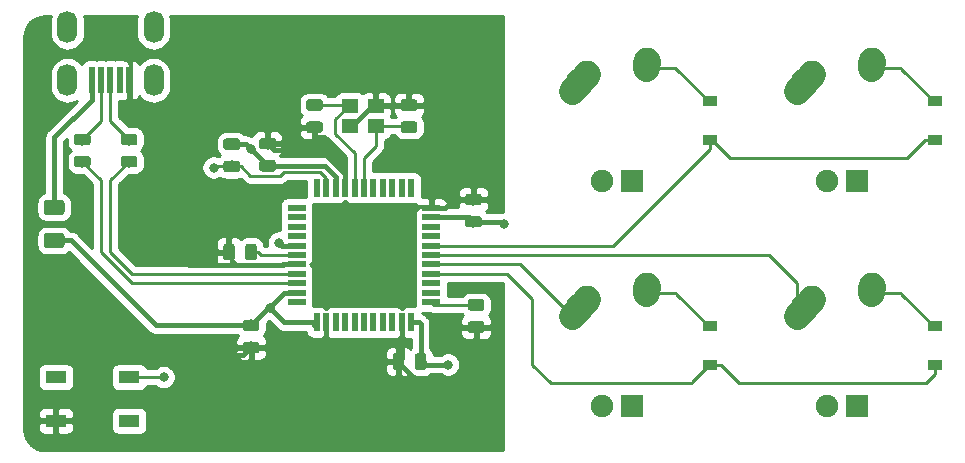
<source format=gbl>
G04 #@! TF.GenerationSoftware,KiCad,Pcbnew,(5.1.4)-1*
G04 #@! TF.CreationDate,2021-04-18T17:33:52-07:00*
G04 #@! TF.ProjectId,ai03-pcb-guide,61693033-2d70-4636-922d-67756964652e,rev?*
G04 #@! TF.SameCoordinates,Original*
G04 #@! TF.FileFunction,Copper,L2,Bot*
G04 #@! TF.FilePolarity,Positive*
%FSLAX46Y46*%
G04 Gerber Fmt 4.6, Leading zero omitted, Abs format (unit mm)*
G04 Created by KiCad (PCBNEW (5.1.4)-1) date 2021-04-18 17:33:52*
%MOMM*%
%LPD*%
G04 APERTURE LIST*
%ADD10R,1.200000X0.900000*%
%ADD11R,1.400000X1.200000*%
%ADD12O,1.700000X2.700000*%
%ADD13R,0.500000X2.250000*%
%ADD14R,1.500000X0.550000*%
%ADD15R,0.550000X1.500000*%
%ADD16R,1.800000X1.100000*%
%ADD17C,0.100000*%
%ADD18C,0.975000*%
%ADD19R,1.905000X1.905000*%
%ADD20C,1.905000*%
%ADD21C,2.250000*%
%ADD22C,2.250000*%
%ADD23C,1.250000*%
%ADD24C,0.800000*%
%ADD25C,0.381000*%
%ADD26C,0.254000*%
G04 APERTURE END LIST*
D10*
X177800000Y-126143750D03*
X177800000Y-129443750D03*
X158750000Y-126143750D03*
X158750000Y-129443750D03*
D11*
X130429000Y-128238250D03*
X128229000Y-128238250D03*
X128229000Y-126538250D03*
X130429000Y-126538250D03*
D12*
X104300000Y-119856250D03*
X111600000Y-119856250D03*
X111600000Y-124356250D03*
X104300000Y-124356250D03*
D13*
X106350000Y-124356250D03*
X107150000Y-124356250D03*
X107950000Y-124356250D03*
X108750000Y-124356250D03*
X109550000Y-124356250D03*
D14*
X123713000Y-143160250D03*
X123713000Y-142360250D03*
X123713000Y-141560250D03*
X123713000Y-140760250D03*
X123713000Y-139960250D03*
X123713000Y-139160250D03*
X123713000Y-138360250D03*
X123713000Y-137560250D03*
X123713000Y-136760250D03*
X123713000Y-135960250D03*
X123713000Y-135160250D03*
D15*
X125413000Y-133460250D03*
X126213000Y-133460250D03*
X127013000Y-133460250D03*
X127813000Y-133460250D03*
X128613000Y-133460250D03*
X129413000Y-133460250D03*
X130213000Y-133460250D03*
X131013000Y-133460250D03*
X131813000Y-133460250D03*
X132613000Y-133460250D03*
X133413000Y-133460250D03*
D14*
X135113000Y-135160250D03*
X135113000Y-135960250D03*
X135113000Y-136760250D03*
X135113000Y-137560250D03*
X135113000Y-138360250D03*
X135113000Y-139160250D03*
X135113000Y-139960250D03*
X135113000Y-140760250D03*
X135113000Y-141560250D03*
X135113000Y-142360250D03*
X135113000Y-143160250D03*
D15*
X133413000Y-144860250D03*
X132613000Y-144860250D03*
X131813000Y-144860250D03*
X131013000Y-144860250D03*
X130213000Y-144860250D03*
X129413000Y-144860250D03*
X128613000Y-144860250D03*
X127813000Y-144860250D03*
X127013000Y-144860250D03*
X126213000Y-144860250D03*
X125413000Y-144860250D03*
D16*
X109537500Y-153193750D03*
X103337500Y-149493750D03*
X109537500Y-149493750D03*
X103337500Y-153193750D03*
D17*
G36*
X139386392Y-142894924D02*
G01*
X139410053Y-142898434D01*
X139433257Y-142904246D01*
X139455779Y-142912304D01*
X139477403Y-142922532D01*
X139497920Y-142934829D01*
X139517133Y-142949079D01*
X139534857Y-142965143D01*
X139550921Y-142982867D01*
X139565171Y-143002080D01*
X139577468Y-143022597D01*
X139587696Y-143044221D01*
X139595754Y-143066743D01*
X139601566Y-143089947D01*
X139605076Y-143113608D01*
X139606250Y-143137500D01*
X139606250Y-143625000D01*
X139605076Y-143648892D01*
X139601566Y-143672553D01*
X139595754Y-143695757D01*
X139587696Y-143718279D01*
X139577468Y-143739903D01*
X139565171Y-143760420D01*
X139550921Y-143779633D01*
X139534857Y-143797357D01*
X139517133Y-143813421D01*
X139497920Y-143827671D01*
X139477403Y-143839968D01*
X139455779Y-143850196D01*
X139433257Y-143858254D01*
X139410053Y-143864066D01*
X139386392Y-143867576D01*
X139362500Y-143868750D01*
X138450000Y-143868750D01*
X138426108Y-143867576D01*
X138402447Y-143864066D01*
X138379243Y-143858254D01*
X138356721Y-143850196D01*
X138335097Y-143839968D01*
X138314580Y-143827671D01*
X138295367Y-143813421D01*
X138277643Y-143797357D01*
X138261579Y-143779633D01*
X138247329Y-143760420D01*
X138235032Y-143739903D01*
X138224804Y-143718279D01*
X138216746Y-143695757D01*
X138210934Y-143672553D01*
X138207424Y-143648892D01*
X138206250Y-143625000D01*
X138206250Y-143137500D01*
X138207424Y-143113608D01*
X138210934Y-143089947D01*
X138216746Y-143066743D01*
X138224804Y-143044221D01*
X138235032Y-143022597D01*
X138247329Y-143002080D01*
X138261579Y-142982867D01*
X138277643Y-142965143D01*
X138295367Y-142949079D01*
X138314580Y-142934829D01*
X138335097Y-142922532D01*
X138356721Y-142912304D01*
X138379243Y-142904246D01*
X138402447Y-142898434D01*
X138426108Y-142894924D01*
X138450000Y-142893750D01*
X139362500Y-142893750D01*
X139386392Y-142894924D01*
X139386392Y-142894924D01*
G37*
D18*
X138906250Y-143381250D03*
D17*
G36*
X139386392Y-144769924D02*
G01*
X139410053Y-144773434D01*
X139433257Y-144779246D01*
X139455779Y-144787304D01*
X139477403Y-144797532D01*
X139497920Y-144809829D01*
X139517133Y-144824079D01*
X139534857Y-144840143D01*
X139550921Y-144857867D01*
X139565171Y-144877080D01*
X139577468Y-144897597D01*
X139587696Y-144919221D01*
X139595754Y-144941743D01*
X139601566Y-144964947D01*
X139605076Y-144988608D01*
X139606250Y-145012500D01*
X139606250Y-145500000D01*
X139605076Y-145523892D01*
X139601566Y-145547553D01*
X139595754Y-145570757D01*
X139587696Y-145593279D01*
X139577468Y-145614903D01*
X139565171Y-145635420D01*
X139550921Y-145654633D01*
X139534857Y-145672357D01*
X139517133Y-145688421D01*
X139497920Y-145702671D01*
X139477403Y-145714968D01*
X139455779Y-145725196D01*
X139433257Y-145733254D01*
X139410053Y-145739066D01*
X139386392Y-145742576D01*
X139362500Y-145743750D01*
X138450000Y-145743750D01*
X138426108Y-145742576D01*
X138402447Y-145739066D01*
X138379243Y-145733254D01*
X138356721Y-145725196D01*
X138335097Y-145714968D01*
X138314580Y-145702671D01*
X138295367Y-145688421D01*
X138277643Y-145672357D01*
X138261579Y-145654633D01*
X138247329Y-145635420D01*
X138235032Y-145614903D01*
X138224804Y-145593279D01*
X138216746Y-145570757D01*
X138210934Y-145547553D01*
X138207424Y-145523892D01*
X138206250Y-145500000D01*
X138206250Y-145012500D01*
X138207424Y-144988608D01*
X138210934Y-144964947D01*
X138216746Y-144941743D01*
X138224804Y-144919221D01*
X138235032Y-144897597D01*
X138247329Y-144877080D01*
X138261579Y-144857867D01*
X138277643Y-144840143D01*
X138295367Y-144824079D01*
X138314580Y-144809829D01*
X138335097Y-144797532D01*
X138356721Y-144787304D01*
X138379243Y-144779246D01*
X138402447Y-144773434D01*
X138426108Y-144769924D01*
X138450000Y-144768750D01*
X139362500Y-144768750D01*
X139386392Y-144769924D01*
X139386392Y-144769924D01*
G37*
D18*
X138906250Y-145256250D03*
D17*
G36*
X118685392Y-129290924D02*
G01*
X118709053Y-129294434D01*
X118732257Y-129300246D01*
X118754779Y-129308304D01*
X118776403Y-129318532D01*
X118796920Y-129330829D01*
X118816133Y-129345079D01*
X118833857Y-129361143D01*
X118849921Y-129378867D01*
X118864171Y-129398080D01*
X118876468Y-129418597D01*
X118886696Y-129440221D01*
X118894754Y-129462743D01*
X118900566Y-129485947D01*
X118904076Y-129509608D01*
X118905250Y-129533500D01*
X118905250Y-130021000D01*
X118904076Y-130044892D01*
X118900566Y-130068553D01*
X118894754Y-130091757D01*
X118886696Y-130114279D01*
X118876468Y-130135903D01*
X118864171Y-130156420D01*
X118849921Y-130175633D01*
X118833857Y-130193357D01*
X118816133Y-130209421D01*
X118796920Y-130223671D01*
X118776403Y-130235968D01*
X118754779Y-130246196D01*
X118732257Y-130254254D01*
X118709053Y-130260066D01*
X118685392Y-130263576D01*
X118661500Y-130264750D01*
X117749000Y-130264750D01*
X117725108Y-130263576D01*
X117701447Y-130260066D01*
X117678243Y-130254254D01*
X117655721Y-130246196D01*
X117634097Y-130235968D01*
X117613580Y-130223671D01*
X117594367Y-130209421D01*
X117576643Y-130193357D01*
X117560579Y-130175633D01*
X117546329Y-130156420D01*
X117534032Y-130135903D01*
X117523804Y-130114279D01*
X117515746Y-130091757D01*
X117509934Y-130068553D01*
X117506424Y-130044892D01*
X117505250Y-130021000D01*
X117505250Y-129533500D01*
X117506424Y-129509608D01*
X117509934Y-129485947D01*
X117515746Y-129462743D01*
X117523804Y-129440221D01*
X117534032Y-129418597D01*
X117546329Y-129398080D01*
X117560579Y-129378867D01*
X117576643Y-129361143D01*
X117594367Y-129345079D01*
X117613580Y-129330829D01*
X117634097Y-129318532D01*
X117655721Y-129308304D01*
X117678243Y-129300246D01*
X117701447Y-129294434D01*
X117725108Y-129290924D01*
X117749000Y-129289750D01*
X118661500Y-129289750D01*
X118685392Y-129290924D01*
X118685392Y-129290924D01*
G37*
D18*
X118205250Y-129777250D03*
D17*
G36*
X118685392Y-131165924D02*
G01*
X118709053Y-131169434D01*
X118732257Y-131175246D01*
X118754779Y-131183304D01*
X118776403Y-131193532D01*
X118796920Y-131205829D01*
X118816133Y-131220079D01*
X118833857Y-131236143D01*
X118849921Y-131253867D01*
X118864171Y-131273080D01*
X118876468Y-131293597D01*
X118886696Y-131315221D01*
X118894754Y-131337743D01*
X118900566Y-131360947D01*
X118904076Y-131384608D01*
X118905250Y-131408500D01*
X118905250Y-131896000D01*
X118904076Y-131919892D01*
X118900566Y-131943553D01*
X118894754Y-131966757D01*
X118886696Y-131989279D01*
X118876468Y-132010903D01*
X118864171Y-132031420D01*
X118849921Y-132050633D01*
X118833857Y-132068357D01*
X118816133Y-132084421D01*
X118796920Y-132098671D01*
X118776403Y-132110968D01*
X118754779Y-132121196D01*
X118732257Y-132129254D01*
X118709053Y-132135066D01*
X118685392Y-132138576D01*
X118661500Y-132139750D01*
X117749000Y-132139750D01*
X117725108Y-132138576D01*
X117701447Y-132135066D01*
X117678243Y-132129254D01*
X117655721Y-132121196D01*
X117634097Y-132110968D01*
X117613580Y-132098671D01*
X117594367Y-132084421D01*
X117576643Y-132068357D01*
X117560579Y-132050633D01*
X117546329Y-132031420D01*
X117534032Y-132010903D01*
X117523804Y-131989279D01*
X117515746Y-131966757D01*
X117509934Y-131943553D01*
X117506424Y-131919892D01*
X117505250Y-131896000D01*
X117505250Y-131408500D01*
X117506424Y-131384608D01*
X117509934Y-131360947D01*
X117515746Y-131337743D01*
X117523804Y-131315221D01*
X117534032Y-131293597D01*
X117546329Y-131273080D01*
X117560579Y-131253867D01*
X117576643Y-131236143D01*
X117594367Y-131220079D01*
X117613580Y-131205829D01*
X117634097Y-131193532D01*
X117655721Y-131183304D01*
X117678243Y-131175246D01*
X117701447Y-131169434D01*
X117725108Y-131165924D01*
X117749000Y-131164750D01*
X118661500Y-131164750D01*
X118685392Y-131165924D01*
X118685392Y-131165924D01*
G37*
D18*
X118205250Y-131652250D03*
D17*
G36*
X110017642Y-128894924D02*
G01*
X110041303Y-128898434D01*
X110064507Y-128904246D01*
X110087029Y-128912304D01*
X110108653Y-128922532D01*
X110129170Y-128934829D01*
X110148383Y-128949079D01*
X110166107Y-128965143D01*
X110182171Y-128982867D01*
X110196421Y-129002080D01*
X110208718Y-129022597D01*
X110218946Y-129044221D01*
X110227004Y-129066743D01*
X110232816Y-129089947D01*
X110236326Y-129113608D01*
X110237500Y-129137500D01*
X110237500Y-129625000D01*
X110236326Y-129648892D01*
X110232816Y-129672553D01*
X110227004Y-129695757D01*
X110218946Y-129718279D01*
X110208718Y-129739903D01*
X110196421Y-129760420D01*
X110182171Y-129779633D01*
X110166107Y-129797357D01*
X110148383Y-129813421D01*
X110129170Y-129827671D01*
X110108653Y-129839968D01*
X110087029Y-129850196D01*
X110064507Y-129858254D01*
X110041303Y-129864066D01*
X110017642Y-129867576D01*
X109993750Y-129868750D01*
X109081250Y-129868750D01*
X109057358Y-129867576D01*
X109033697Y-129864066D01*
X109010493Y-129858254D01*
X108987971Y-129850196D01*
X108966347Y-129839968D01*
X108945830Y-129827671D01*
X108926617Y-129813421D01*
X108908893Y-129797357D01*
X108892829Y-129779633D01*
X108878579Y-129760420D01*
X108866282Y-129739903D01*
X108856054Y-129718279D01*
X108847996Y-129695757D01*
X108842184Y-129672553D01*
X108838674Y-129648892D01*
X108837500Y-129625000D01*
X108837500Y-129137500D01*
X108838674Y-129113608D01*
X108842184Y-129089947D01*
X108847996Y-129066743D01*
X108856054Y-129044221D01*
X108866282Y-129022597D01*
X108878579Y-129002080D01*
X108892829Y-128982867D01*
X108908893Y-128965143D01*
X108926617Y-128949079D01*
X108945830Y-128934829D01*
X108966347Y-128922532D01*
X108987971Y-128912304D01*
X109010493Y-128904246D01*
X109033697Y-128898434D01*
X109057358Y-128894924D01*
X109081250Y-128893750D01*
X109993750Y-128893750D01*
X110017642Y-128894924D01*
X110017642Y-128894924D01*
G37*
D18*
X109537500Y-129381250D03*
D17*
G36*
X110017642Y-130769924D02*
G01*
X110041303Y-130773434D01*
X110064507Y-130779246D01*
X110087029Y-130787304D01*
X110108653Y-130797532D01*
X110129170Y-130809829D01*
X110148383Y-130824079D01*
X110166107Y-130840143D01*
X110182171Y-130857867D01*
X110196421Y-130877080D01*
X110208718Y-130897597D01*
X110218946Y-130919221D01*
X110227004Y-130941743D01*
X110232816Y-130964947D01*
X110236326Y-130988608D01*
X110237500Y-131012500D01*
X110237500Y-131500000D01*
X110236326Y-131523892D01*
X110232816Y-131547553D01*
X110227004Y-131570757D01*
X110218946Y-131593279D01*
X110208718Y-131614903D01*
X110196421Y-131635420D01*
X110182171Y-131654633D01*
X110166107Y-131672357D01*
X110148383Y-131688421D01*
X110129170Y-131702671D01*
X110108653Y-131714968D01*
X110087029Y-131725196D01*
X110064507Y-131733254D01*
X110041303Y-131739066D01*
X110017642Y-131742576D01*
X109993750Y-131743750D01*
X109081250Y-131743750D01*
X109057358Y-131742576D01*
X109033697Y-131739066D01*
X109010493Y-131733254D01*
X108987971Y-131725196D01*
X108966347Y-131714968D01*
X108945830Y-131702671D01*
X108926617Y-131688421D01*
X108908893Y-131672357D01*
X108892829Y-131654633D01*
X108878579Y-131635420D01*
X108866282Y-131614903D01*
X108856054Y-131593279D01*
X108847996Y-131570757D01*
X108842184Y-131547553D01*
X108838674Y-131523892D01*
X108837500Y-131500000D01*
X108837500Y-131012500D01*
X108838674Y-130988608D01*
X108842184Y-130964947D01*
X108847996Y-130941743D01*
X108856054Y-130919221D01*
X108866282Y-130897597D01*
X108878579Y-130877080D01*
X108892829Y-130857867D01*
X108908893Y-130840143D01*
X108926617Y-130824079D01*
X108945830Y-130809829D01*
X108966347Y-130797532D01*
X108987971Y-130787304D01*
X109010493Y-130779246D01*
X109033697Y-130773434D01*
X109057358Y-130769924D01*
X109081250Y-130768750D01*
X109993750Y-130768750D01*
X110017642Y-130769924D01*
X110017642Y-130769924D01*
G37*
D18*
X109537500Y-131256250D03*
D17*
G36*
X106048892Y-128894924D02*
G01*
X106072553Y-128898434D01*
X106095757Y-128904246D01*
X106118279Y-128912304D01*
X106139903Y-128922532D01*
X106160420Y-128934829D01*
X106179633Y-128949079D01*
X106197357Y-128965143D01*
X106213421Y-128982867D01*
X106227671Y-129002080D01*
X106239968Y-129022597D01*
X106250196Y-129044221D01*
X106258254Y-129066743D01*
X106264066Y-129089947D01*
X106267576Y-129113608D01*
X106268750Y-129137500D01*
X106268750Y-129625000D01*
X106267576Y-129648892D01*
X106264066Y-129672553D01*
X106258254Y-129695757D01*
X106250196Y-129718279D01*
X106239968Y-129739903D01*
X106227671Y-129760420D01*
X106213421Y-129779633D01*
X106197357Y-129797357D01*
X106179633Y-129813421D01*
X106160420Y-129827671D01*
X106139903Y-129839968D01*
X106118279Y-129850196D01*
X106095757Y-129858254D01*
X106072553Y-129864066D01*
X106048892Y-129867576D01*
X106025000Y-129868750D01*
X105112500Y-129868750D01*
X105088608Y-129867576D01*
X105064947Y-129864066D01*
X105041743Y-129858254D01*
X105019221Y-129850196D01*
X104997597Y-129839968D01*
X104977080Y-129827671D01*
X104957867Y-129813421D01*
X104940143Y-129797357D01*
X104924079Y-129779633D01*
X104909829Y-129760420D01*
X104897532Y-129739903D01*
X104887304Y-129718279D01*
X104879246Y-129695757D01*
X104873434Y-129672553D01*
X104869924Y-129648892D01*
X104868750Y-129625000D01*
X104868750Y-129137500D01*
X104869924Y-129113608D01*
X104873434Y-129089947D01*
X104879246Y-129066743D01*
X104887304Y-129044221D01*
X104897532Y-129022597D01*
X104909829Y-129002080D01*
X104924079Y-128982867D01*
X104940143Y-128965143D01*
X104957867Y-128949079D01*
X104977080Y-128934829D01*
X104997597Y-128922532D01*
X105019221Y-128912304D01*
X105041743Y-128904246D01*
X105064947Y-128898434D01*
X105088608Y-128894924D01*
X105112500Y-128893750D01*
X106025000Y-128893750D01*
X106048892Y-128894924D01*
X106048892Y-128894924D01*
G37*
D18*
X105568750Y-129381250D03*
D17*
G36*
X106048892Y-130769924D02*
G01*
X106072553Y-130773434D01*
X106095757Y-130779246D01*
X106118279Y-130787304D01*
X106139903Y-130797532D01*
X106160420Y-130809829D01*
X106179633Y-130824079D01*
X106197357Y-130840143D01*
X106213421Y-130857867D01*
X106227671Y-130877080D01*
X106239968Y-130897597D01*
X106250196Y-130919221D01*
X106258254Y-130941743D01*
X106264066Y-130964947D01*
X106267576Y-130988608D01*
X106268750Y-131012500D01*
X106268750Y-131500000D01*
X106267576Y-131523892D01*
X106264066Y-131547553D01*
X106258254Y-131570757D01*
X106250196Y-131593279D01*
X106239968Y-131614903D01*
X106227671Y-131635420D01*
X106213421Y-131654633D01*
X106197357Y-131672357D01*
X106179633Y-131688421D01*
X106160420Y-131702671D01*
X106139903Y-131714968D01*
X106118279Y-131725196D01*
X106095757Y-131733254D01*
X106072553Y-131739066D01*
X106048892Y-131742576D01*
X106025000Y-131743750D01*
X105112500Y-131743750D01*
X105088608Y-131742576D01*
X105064947Y-131739066D01*
X105041743Y-131733254D01*
X105019221Y-131725196D01*
X104997597Y-131714968D01*
X104977080Y-131702671D01*
X104957867Y-131688421D01*
X104940143Y-131672357D01*
X104924079Y-131654633D01*
X104909829Y-131635420D01*
X104897532Y-131614903D01*
X104887304Y-131593279D01*
X104879246Y-131570757D01*
X104873434Y-131547553D01*
X104869924Y-131523892D01*
X104868750Y-131500000D01*
X104868750Y-131012500D01*
X104869924Y-130988608D01*
X104873434Y-130964947D01*
X104879246Y-130941743D01*
X104887304Y-130919221D01*
X104897532Y-130897597D01*
X104909829Y-130877080D01*
X104924079Y-130857867D01*
X104940143Y-130840143D01*
X104957867Y-130824079D01*
X104977080Y-130809829D01*
X104997597Y-130797532D01*
X105019221Y-130787304D01*
X105041743Y-130779246D01*
X105064947Y-130773434D01*
X105088608Y-130769924D01*
X105112500Y-130768750D01*
X106025000Y-130768750D01*
X106048892Y-130769924D01*
X106048892Y-130769924D01*
G37*
D18*
X105568750Y-131256250D03*
D19*
X171132500Y-151923750D03*
D20*
X168592500Y-151923750D03*
D21*
X167362500Y-142843750D03*
X166707501Y-143573750D03*
D22*
X166052500Y-144303750D02*
X167362502Y-142843750D01*
D21*
X172402500Y-141763750D03*
X172382500Y-142053750D03*
D22*
X172362500Y-142343750D02*
X172402500Y-141763750D01*
D19*
X171132500Y-132873750D03*
D20*
X168592500Y-132873750D03*
D21*
X167362500Y-123793750D03*
X166707501Y-124523750D03*
D22*
X166052500Y-125253750D02*
X167362502Y-123793750D01*
D21*
X172402500Y-122713750D03*
X172382500Y-123003750D03*
D22*
X172362500Y-123293750D02*
X172402500Y-122713750D01*
D19*
X152082500Y-151923750D03*
D20*
X149542500Y-151923750D03*
D21*
X148312500Y-142843750D03*
X147657501Y-143573750D03*
D22*
X147002500Y-144303750D02*
X148312502Y-142843750D01*
D21*
X153352500Y-141763750D03*
X153332500Y-142053750D03*
D22*
X153312500Y-142343750D02*
X153352500Y-141763750D01*
D19*
X152082500Y-132873750D03*
D20*
X149542500Y-132873750D03*
D21*
X148312500Y-123793750D03*
X147657501Y-124523750D03*
D22*
X147002500Y-125253750D02*
X148312502Y-123793750D01*
D21*
X153352500Y-122713750D03*
X153332500Y-123003750D03*
D22*
X153312500Y-123293750D02*
X153352500Y-122713750D01*
D17*
G36*
X103837004Y-137301204D02*
G01*
X103861273Y-137304804D01*
X103885071Y-137310765D01*
X103908171Y-137319030D01*
X103930349Y-137329520D01*
X103951393Y-137342133D01*
X103971098Y-137356747D01*
X103989277Y-137373223D01*
X104005753Y-137391402D01*
X104020367Y-137411107D01*
X104032980Y-137432151D01*
X104043470Y-137454329D01*
X104051735Y-137477429D01*
X104057696Y-137501227D01*
X104061296Y-137525496D01*
X104062500Y-137550000D01*
X104062500Y-138300000D01*
X104061296Y-138324504D01*
X104057696Y-138348773D01*
X104051735Y-138372571D01*
X104043470Y-138395671D01*
X104032980Y-138417849D01*
X104020367Y-138438893D01*
X104005753Y-138458598D01*
X103989277Y-138476777D01*
X103971098Y-138493253D01*
X103951393Y-138507867D01*
X103930349Y-138520480D01*
X103908171Y-138530970D01*
X103885071Y-138539235D01*
X103861273Y-138545196D01*
X103837004Y-138548796D01*
X103812500Y-138550000D01*
X102562500Y-138550000D01*
X102537996Y-138548796D01*
X102513727Y-138545196D01*
X102489929Y-138539235D01*
X102466829Y-138530970D01*
X102444651Y-138520480D01*
X102423607Y-138507867D01*
X102403902Y-138493253D01*
X102385723Y-138476777D01*
X102369247Y-138458598D01*
X102354633Y-138438893D01*
X102342020Y-138417849D01*
X102331530Y-138395671D01*
X102323265Y-138372571D01*
X102317304Y-138348773D01*
X102313704Y-138324504D01*
X102312500Y-138300000D01*
X102312500Y-137550000D01*
X102313704Y-137525496D01*
X102317304Y-137501227D01*
X102323265Y-137477429D01*
X102331530Y-137454329D01*
X102342020Y-137432151D01*
X102354633Y-137411107D01*
X102369247Y-137391402D01*
X102385723Y-137373223D01*
X102403902Y-137356747D01*
X102423607Y-137342133D01*
X102444651Y-137329520D01*
X102466829Y-137319030D01*
X102489929Y-137310765D01*
X102513727Y-137304804D01*
X102537996Y-137301204D01*
X102562500Y-137300000D01*
X103812500Y-137300000D01*
X103837004Y-137301204D01*
X103837004Y-137301204D01*
G37*
D23*
X103187500Y-137925000D03*
D17*
G36*
X103837004Y-134501204D02*
G01*
X103861273Y-134504804D01*
X103885071Y-134510765D01*
X103908171Y-134519030D01*
X103930349Y-134529520D01*
X103951393Y-134542133D01*
X103971098Y-134556747D01*
X103989277Y-134573223D01*
X104005753Y-134591402D01*
X104020367Y-134611107D01*
X104032980Y-134632151D01*
X104043470Y-134654329D01*
X104051735Y-134677429D01*
X104057696Y-134701227D01*
X104061296Y-134725496D01*
X104062500Y-134750000D01*
X104062500Y-135500000D01*
X104061296Y-135524504D01*
X104057696Y-135548773D01*
X104051735Y-135572571D01*
X104043470Y-135595671D01*
X104032980Y-135617849D01*
X104020367Y-135638893D01*
X104005753Y-135658598D01*
X103989277Y-135676777D01*
X103971098Y-135693253D01*
X103951393Y-135707867D01*
X103930349Y-135720480D01*
X103908171Y-135730970D01*
X103885071Y-135739235D01*
X103861273Y-135745196D01*
X103837004Y-135748796D01*
X103812500Y-135750000D01*
X102562500Y-135750000D01*
X102537996Y-135748796D01*
X102513727Y-135745196D01*
X102489929Y-135739235D01*
X102466829Y-135730970D01*
X102444651Y-135720480D01*
X102423607Y-135707867D01*
X102403902Y-135693253D01*
X102385723Y-135676777D01*
X102369247Y-135658598D01*
X102354633Y-135638893D01*
X102342020Y-135617849D01*
X102331530Y-135595671D01*
X102323265Y-135572571D01*
X102317304Y-135548773D01*
X102313704Y-135524504D01*
X102312500Y-135500000D01*
X102312500Y-134750000D01*
X102313704Y-134725496D01*
X102317304Y-134701227D01*
X102323265Y-134677429D01*
X102331530Y-134654329D01*
X102342020Y-134632151D01*
X102354633Y-134611107D01*
X102369247Y-134591402D01*
X102385723Y-134573223D01*
X102403902Y-134556747D01*
X102423607Y-134542133D01*
X102444651Y-134529520D01*
X102466829Y-134519030D01*
X102489929Y-134510765D01*
X102513727Y-134504804D01*
X102537996Y-134501204D01*
X102562500Y-134500000D01*
X103812500Y-134500000D01*
X103837004Y-134501204D01*
X103837004Y-134501204D01*
G37*
D23*
X103187500Y-135125000D03*
D10*
X177800000Y-145193750D03*
X177800000Y-148493750D03*
X158750000Y-145193750D03*
X158750000Y-148493750D03*
D17*
G36*
X120336392Y-144626174D02*
G01*
X120360053Y-144629684D01*
X120383257Y-144635496D01*
X120405779Y-144643554D01*
X120427403Y-144653782D01*
X120447920Y-144666079D01*
X120467133Y-144680329D01*
X120484857Y-144696393D01*
X120500921Y-144714117D01*
X120515171Y-144733330D01*
X120527468Y-144753847D01*
X120537696Y-144775471D01*
X120545754Y-144797993D01*
X120551566Y-144821197D01*
X120555076Y-144844858D01*
X120556250Y-144868750D01*
X120556250Y-145356250D01*
X120555076Y-145380142D01*
X120551566Y-145403803D01*
X120545754Y-145427007D01*
X120537696Y-145449529D01*
X120527468Y-145471153D01*
X120515171Y-145491670D01*
X120500921Y-145510883D01*
X120484857Y-145528607D01*
X120467133Y-145544671D01*
X120447920Y-145558921D01*
X120427403Y-145571218D01*
X120405779Y-145581446D01*
X120383257Y-145589504D01*
X120360053Y-145595316D01*
X120336392Y-145598826D01*
X120312500Y-145600000D01*
X119400000Y-145600000D01*
X119376108Y-145598826D01*
X119352447Y-145595316D01*
X119329243Y-145589504D01*
X119306721Y-145581446D01*
X119285097Y-145571218D01*
X119264580Y-145558921D01*
X119245367Y-145544671D01*
X119227643Y-145528607D01*
X119211579Y-145510883D01*
X119197329Y-145491670D01*
X119185032Y-145471153D01*
X119174804Y-145449529D01*
X119166746Y-145427007D01*
X119160934Y-145403803D01*
X119157424Y-145380142D01*
X119156250Y-145356250D01*
X119156250Y-144868750D01*
X119157424Y-144844858D01*
X119160934Y-144821197D01*
X119166746Y-144797993D01*
X119174804Y-144775471D01*
X119185032Y-144753847D01*
X119197329Y-144733330D01*
X119211579Y-144714117D01*
X119227643Y-144696393D01*
X119245367Y-144680329D01*
X119264580Y-144666079D01*
X119285097Y-144653782D01*
X119306721Y-144643554D01*
X119329243Y-144635496D01*
X119352447Y-144629684D01*
X119376108Y-144626174D01*
X119400000Y-144625000D01*
X120312500Y-144625000D01*
X120336392Y-144626174D01*
X120336392Y-144626174D01*
G37*
D18*
X119856250Y-145112500D03*
D17*
G36*
X120336392Y-146501174D02*
G01*
X120360053Y-146504684D01*
X120383257Y-146510496D01*
X120405779Y-146518554D01*
X120427403Y-146528782D01*
X120447920Y-146541079D01*
X120467133Y-146555329D01*
X120484857Y-146571393D01*
X120500921Y-146589117D01*
X120515171Y-146608330D01*
X120527468Y-146628847D01*
X120537696Y-146650471D01*
X120545754Y-146672993D01*
X120551566Y-146696197D01*
X120555076Y-146719858D01*
X120556250Y-146743750D01*
X120556250Y-147231250D01*
X120555076Y-147255142D01*
X120551566Y-147278803D01*
X120545754Y-147302007D01*
X120537696Y-147324529D01*
X120527468Y-147346153D01*
X120515171Y-147366670D01*
X120500921Y-147385883D01*
X120484857Y-147403607D01*
X120467133Y-147419671D01*
X120447920Y-147433921D01*
X120427403Y-147446218D01*
X120405779Y-147456446D01*
X120383257Y-147464504D01*
X120360053Y-147470316D01*
X120336392Y-147473826D01*
X120312500Y-147475000D01*
X119400000Y-147475000D01*
X119376108Y-147473826D01*
X119352447Y-147470316D01*
X119329243Y-147464504D01*
X119306721Y-147456446D01*
X119285097Y-147446218D01*
X119264580Y-147433921D01*
X119245367Y-147419671D01*
X119227643Y-147403607D01*
X119211579Y-147385883D01*
X119197329Y-147366670D01*
X119185032Y-147346153D01*
X119174804Y-147324529D01*
X119166746Y-147302007D01*
X119160934Y-147278803D01*
X119157424Y-147255142D01*
X119156250Y-147231250D01*
X119156250Y-146743750D01*
X119157424Y-146719858D01*
X119160934Y-146696197D01*
X119166746Y-146672993D01*
X119174804Y-146650471D01*
X119185032Y-146628847D01*
X119197329Y-146608330D01*
X119211579Y-146589117D01*
X119227643Y-146571393D01*
X119245367Y-146555329D01*
X119264580Y-146541079D01*
X119285097Y-146528782D01*
X119306721Y-146518554D01*
X119329243Y-146510496D01*
X119352447Y-146504684D01*
X119376108Y-146501174D01*
X119400000Y-146500000D01*
X120312500Y-146500000D01*
X120336392Y-146501174D01*
X120336392Y-146501174D01*
G37*
D18*
X119856250Y-146987500D03*
D17*
G36*
X120123892Y-138207424D02*
G01*
X120147553Y-138210934D01*
X120170757Y-138216746D01*
X120193279Y-138224804D01*
X120214903Y-138235032D01*
X120235420Y-138247329D01*
X120254633Y-138261579D01*
X120272357Y-138277643D01*
X120288421Y-138295367D01*
X120302671Y-138314580D01*
X120314968Y-138335097D01*
X120325196Y-138356721D01*
X120333254Y-138379243D01*
X120339066Y-138402447D01*
X120342576Y-138426108D01*
X120343750Y-138450000D01*
X120343750Y-139362500D01*
X120342576Y-139386392D01*
X120339066Y-139410053D01*
X120333254Y-139433257D01*
X120325196Y-139455779D01*
X120314968Y-139477403D01*
X120302671Y-139497920D01*
X120288421Y-139517133D01*
X120272357Y-139534857D01*
X120254633Y-139550921D01*
X120235420Y-139565171D01*
X120214903Y-139577468D01*
X120193279Y-139587696D01*
X120170757Y-139595754D01*
X120147553Y-139601566D01*
X120123892Y-139605076D01*
X120100000Y-139606250D01*
X119612500Y-139606250D01*
X119588608Y-139605076D01*
X119564947Y-139601566D01*
X119541743Y-139595754D01*
X119519221Y-139587696D01*
X119497597Y-139577468D01*
X119477080Y-139565171D01*
X119457867Y-139550921D01*
X119440143Y-139534857D01*
X119424079Y-139517133D01*
X119409829Y-139497920D01*
X119397532Y-139477403D01*
X119387304Y-139455779D01*
X119379246Y-139433257D01*
X119373434Y-139410053D01*
X119369924Y-139386392D01*
X119368750Y-139362500D01*
X119368750Y-138450000D01*
X119369924Y-138426108D01*
X119373434Y-138402447D01*
X119379246Y-138379243D01*
X119387304Y-138356721D01*
X119397532Y-138335097D01*
X119409829Y-138314580D01*
X119424079Y-138295367D01*
X119440143Y-138277643D01*
X119457867Y-138261579D01*
X119477080Y-138247329D01*
X119497597Y-138235032D01*
X119519221Y-138224804D01*
X119541743Y-138216746D01*
X119564947Y-138210934D01*
X119588608Y-138207424D01*
X119612500Y-138206250D01*
X120100000Y-138206250D01*
X120123892Y-138207424D01*
X120123892Y-138207424D01*
G37*
D18*
X119856250Y-138906250D03*
D17*
G36*
X118248892Y-138207424D02*
G01*
X118272553Y-138210934D01*
X118295757Y-138216746D01*
X118318279Y-138224804D01*
X118339903Y-138235032D01*
X118360420Y-138247329D01*
X118379633Y-138261579D01*
X118397357Y-138277643D01*
X118413421Y-138295367D01*
X118427671Y-138314580D01*
X118439968Y-138335097D01*
X118450196Y-138356721D01*
X118458254Y-138379243D01*
X118464066Y-138402447D01*
X118467576Y-138426108D01*
X118468750Y-138450000D01*
X118468750Y-139362500D01*
X118467576Y-139386392D01*
X118464066Y-139410053D01*
X118458254Y-139433257D01*
X118450196Y-139455779D01*
X118439968Y-139477403D01*
X118427671Y-139497920D01*
X118413421Y-139517133D01*
X118397357Y-139534857D01*
X118379633Y-139550921D01*
X118360420Y-139565171D01*
X118339903Y-139577468D01*
X118318279Y-139587696D01*
X118295757Y-139595754D01*
X118272553Y-139601566D01*
X118248892Y-139605076D01*
X118225000Y-139606250D01*
X117737500Y-139606250D01*
X117713608Y-139605076D01*
X117689947Y-139601566D01*
X117666743Y-139595754D01*
X117644221Y-139587696D01*
X117622597Y-139577468D01*
X117602080Y-139565171D01*
X117582867Y-139550921D01*
X117565143Y-139534857D01*
X117549079Y-139517133D01*
X117534829Y-139497920D01*
X117522532Y-139477403D01*
X117512304Y-139455779D01*
X117504246Y-139433257D01*
X117498434Y-139410053D01*
X117494924Y-139386392D01*
X117493750Y-139362500D01*
X117493750Y-138450000D01*
X117494924Y-138426108D01*
X117498434Y-138402447D01*
X117504246Y-138379243D01*
X117512304Y-138356721D01*
X117522532Y-138335097D01*
X117534829Y-138314580D01*
X117549079Y-138295367D01*
X117565143Y-138277643D01*
X117582867Y-138261579D01*
X117602080Y-138247329D01*
X117622597Y-138235032D01*
X117644221Y-138224804D01*
X117666743Y-138216746D01*
X117689947Y-138210934D01*
X117713608Y-138207424D01*
X117737500Y-138206250D01*
X118225000Y-138206250D01*
X118248892Y-138207424D01*
X118248892Y-138207424D01*
G37*
D18*
X117981250Y-138906250D03*
D17*
G36*
X121733392Y-131117424D02*
G01*
X121757053Y-131120934D01*
X121780257Y-131126746D01*
X121802779Y-131134804D01*
X121824403Y-131145032D01*
X121844920Y-131157329D01*
X121864133Y-131171579D01*
X121881857Y-131187643D01*
X121897921Y-131205367D01*
X121912171Y-131224580D01*
X121924468Y-131245097D01*
X121934696Y-131266721D01*
X121942754Y-131289243D01*
X121948566Y-131312447D01*
X121952076Y-131336108D01*
X121953250Y-131360000D01*
X121953250Y-131847500D01*
X121952076Y-131871392D01*
X121948566Y-131895053D01*
X121942754Y-131918257D01*
X121934696Y-131940779D01*
X121924468Y-131962403D01*
X121912171Y-131982920D01*
X121897921Y-132002133D01*
X121881857Y-132019857D01*
X121864133Y-132035921D01*
X121844920Y-132050171D01*
X121824403Y-132062468D01*
X121802779Y-132072696D01*
X121780257Y-132080754D01*
X121757053Y-132086566D01*
X121733392Y-132090076D01*
X121709500Y-132091250D01*
X120797000Y-132091250D01*
X120773108Y-132090076D01*
X120749447Y-132086566D01*
X120726243Y-132080754D01*
X120703721Y-132072696D01*
X120682097Y-132062468D01*
X120661580Y-132050171D01*
X120642367Y-132035921D01*
X120624643Y-132019857D01*
X120608579Y-132002133D01*
X120594329Y-131982920D01*
X120582032Y-131962403D01*
X120571804Y-131940779D01*
X120563746Y-131918257D01*
X120557934Y-131895053D01*
X120554424Y-131871392D01*
X120553250Y-131847500D01*
X120553250Y-131360000D01*
X120554424Y-131336108D01*
X120557934Y-131312447D01*
X120563746Y-131289243D01*
X120571804Y-131266721D01*
X120582032Y-131245097D01*
X120594329Y-131224580D01*
X120608579Y-131205367D01*
X120624643Y-131187643D01*
X120642367Y-131171579D01*
X120661580Y-131157329D01*
X120682097Y-131145032D01*
X120703721Y-131134804D01*
X120726243Y-131126746D01*
X120749447Y-131120934D01*
X120773108Y-131117424D01*
X120797000Y-131116250D01*
X121709500Y-131116250D01*
X121733392Y-131117424D01*
X121733392Y-131117424D01*
G37*
D18*
X121253250Y-131603750D03*
D17*
G36*
X121733392Y-129242424D02*
G01*
X121757053Y-129245934D01*
X121780257Y-129251746D01*
X121802779Y-129259804D01*
X121824403Y-129270032D01*
X121844920Y-129282329D01*
X121864133Y-129296579D01*
X121881857Y-129312643D01*
X121897921Y-129330367D01*
X121912171Y-129349580D01*
X121924468Y-129370097D01*
X121934696Y-129391721D01*
X121942754Y-129414243D01*
X121948566Y-129437447D01*
X121952076Y-129461108D01*
X121953250Y-129485000D01*
X121953250Y-129972500D01*
X121952076Y-129996392D01*
X121948566Y-130020053D01*
X121942754Y-130043257D01*
X121934696Y-130065779D01*
X121924468Y-130087403D01*
X121912171Y-130107920D01*
X121897921Y-130127133D01*
X121881857Y-130144857D01*
X121864133Y-130160921D01*
X121844920Y-130175171D01*
X121824403Y-130187468D01*
X121802779Y-130197696D01*
X121780257Y-130205754D01*
X121757053Y-130211566D01*
X121733392Y-130215076D01*
X121709500Y-130216250D01*
X120797000Y-130216250D01*
X120773108Y-130215076D01*
X120749447Y-130211566D01*
X120726243Y-130205754D01*
X120703721Y-130197696D01*
X120682097Y-130187468D01*
X120661580Y-130175171D01*
X120642367Y-130160921D01*
X120624643Y-130144857D01*
X120608579Y-130127133D01*
X120594329Y-130107920D01*
X120582032Y-130087403D01*
X120571804Y-130065779D01*
X120563746Y-130043257D01*
X120557934Y-130020053D01*
X120554424Y-129996392D01*
X120553250Y-129972500D01*
X120553250Y-129485000D01*
X120554424Y-129461108D01*
X120557934Y-129437447D01*
X120563746Y-129414243D01*
X120571804Y-129391721D01*
X120582032Y-129370097D01*
X120594329Y-129349580D01*
X120608579Y-129330367D01*
X120624643Y-129312643D01*
X120642367Y-129296579D01*
X120661580Y-129282329D01*
X120682097Y-129270032D01*
X120703721Y-129259804D01*
X120726243Y-129251746D01*
X120749447Y-129245934D01*
X120773108Y-129242424D01*
X120797000Y-129241250D01*
X121709500Y-129241250D01*
X121733392Y-129242424D01*
X121733392Y-129242424D01*
G37*
D18*
X121253250Y-129728750D03*
D17*
G36*
X125702142Y-127848924D02*
G01*
X125725803Y-127852434D01*
X125749007Y-127858246D01*
X125771529Y-127866304D01*
X125793153Y-127876532D01*
X125813670Y-127888829D01*
X125832883Y-127903079D01*
X125850607Y-127919143D01*
X125866671Y-127936867D01*
X125880921Y-127956080D01*
X125893218Y-127976597D01*
X125903446Y-127998221D01*
X125911504Y-128020743D01*
X125917316Y-128043947D01*
X125920826Y-128067608D01*
X125922000Y-128091500D01*
X125922000Y-128579000D01*
X125920826Y-128602892D01*
X125917316Y-128626553D01*
X125911504Y-128649757D01*
X125903446Y-128672279D01*
X125893218Y-128693903D01*
X125880921Y-128714420D01*
X125866671Y-128733633D01*
X125850607Y-128751357D01*
X125832883Y-128767421D01*
X125813670Y-128781671D01*
X125793153Y-128793968D01*
X125771529Y-128804196D01*
X125749007Y-128812254D01*
X125725803Y-128818066D01*
X125702142Y-128821576D01*
X125678250Y-128822750D01*
X124765750Y-128822750D01*
X124741858Y-128821576D01*
X124718197Y-128818066D01*
X124694993Y-128812254D01*
X124672471Y-128804196D01*
X124650847Y-128793968D01*
X124630330Y-128781671D01*
X124611117Y-128767421D01*
X124593393Y-128751357D01*
X124577329Y-128733633D01*
X124563079Y-128714420D01*
X124550782Y-128693903D01*
X124540554Y-128672279D01*
X124532496Y-128649757D01*
X124526684Y-128626553D01*
X124523174Y-128602892D01*
X124522000Y-128579000D01*
X124522000Y-128091500D01*
X124523174Y-128067608D01*
X124526684Y-128043947D01*
X124532496Y-128020743D01*
X124540554Y-127998221D01*
X124550782Y-127976597D01*
X124563079Y-127956080D01*
X124577329Y-127936867D01*
X124593393Y-127919143D01*
X124611117Y-127903079D01*
X124630330Y-127888829D01*
X124650847Y-127876532D01*
X124672471Y-127866304D01*
X124694993Y-127858246D01*
X124718197Y-127852434D01*
X124741858Y-127848924D01*
X124765750Y-127847750D01*
X125678250Y-127847750D01*
X125702142Y-127848924D01*
X125702142Y-127848924D01*
G37*
D18*
X125222000Y-128335250D03*
D17*
G36*
X125702142Y-125973924D02*
G01*
X125725803Y-125977434D01*
X125749007Y-125983246D01*
X125771529Y-125991304D01*
X125793153Y-126001532D01*
X125813670Y-126013829D01*
X125832883Y-126028079D01*
X125850607Y-126044143D01*
X125866671Y-126061867D01*
X125880921Y-126081080D01*
X125893218Y-126101597D01*
X125903446Y-126123221D01*
X125911504Y-126145743D01*
X125917316Y-126168947D01*
X125920826Y-126192608D01*
X125922000Y-126216500D01*
X125922000Y-126704000D01*
X125920826Y-126727892D01*
X125917316Y-126751553D01*
X125911504Y-126774757D01*
X125903446Y-126797279D01*
X125893218Y-126818903D01*
X125880921Y-126839420D01*
X125866671Y-126858633D01*
X125850607Y-126876357D01*
X125832883Y-126892421D01*
X125813670Y-126906671D01*
X125793153Y-126918968D01*
X125771529Y-126929196D01*
X125749007Y-126937254D01*
X125725803Y-126943066D01*
X125702142Y-126946576D01*
X125678250Y-126947750D01*
X124765750Y-126947750D01*
X124741858Y-126946576D01*
X124718197Y-126943066D01*
X124694993Y-126937254D01*
X124672471Y-126929196D01*
X124650847Y-126918968D01*
X124630330Y-126906671D01*
X124611117Y-126892421D01*
X124593393Y-126876357D01*
X124577329Y-126858633D01*
X124563079Y-126839420D01*
X124550782Y-126818903D01*
X124540554Y-126797279D01*
X124532496Y-126774757D01*
X124526684Y-126751553D01*
X124523174Y-126727892D01*
X124522000Y-126704000D01*
X124522000Y-126216500D01*
X124523174Y-126192608D01*
X124526684Y-126168947D01*
X124532496Y-126145743D01*
X124540554Y-126123221D01*
X124550782Y-126101597D01*
X124563079Y-126081080D01*
X124577329Y-126061867D01*
X124593393Y-126044143D01*
X124611117Y-126028079D01*
X124630330Y-126013829D01*
X124650847Y-126001532D01*
X124672471Y-125991304D01*
X124694993Y-125983246D01*
X124718197Y-125977434D01*
X124741858Y-125973924D01*
X124765750Y-125972750D01*
X125678250Y-125972750D01*
X125702142Y-125973924D01*
X125702142Y-125973924D01*
G37*
D18*
X125222000Y-126460250D03*
D17*
G36*
X133703142Y-127848924D02*
G01*
X133726803Y-127852434D01*
X133750007Y-127858246D01*
X133772529Y-127866304D01*
X133794153Y-127876532D01*
X133814670Y-127888829D01*
X133833883Y-127903079D01*
X133851607Y-127919143D01*
X133867671Y-127936867D01*
X133881921Y-127956080D01*
X133894218Y-127976597D01*
X133904446Y-127998221D01*
X133912504Y-128020743D01*
X133918316Y-128043947D01*
X133921826Y-128067608D01*
X133923000Y-128091500D01*
X133923000Y-128579000D01*
X133921826Y-128602892D01*
X133918316Y-128626553D01*
X133912504Y-128649757D01*
X133904446Y-128672279D01*
X133894218Y-128693903D01*
X133881921Y-128714420D01*
X133867671Y-128733633D01*
X133851607Y-128751357D01*
X133833883Y-128767421D01*
X133814670Y-128781671D01*
X133794153Y-128793968D01*
X133772529Y-128804196D01*
X133750007Y-128812254D01*
X133726803Y-128818066D01*
X133703142Y-128821576D01*
X133679250Y-128822750D01*
X132766750Y-128822750D01*
X132742858Y-128821576D01*
X132719197Y-128818066D01*
X132695993Y-128812254D01*
X132673471Y-128804196D01*
X132651847Y-128793968D01*
X132631330Y-128781671D01*
X132612117Y-128767421D01*
X132594393Y-128751357D01*
X132578329Y-128733633D01*
X132564079Y-128714420D01*
X132551782Y-128693903D01*
X132541554Y-128672279D01*
X132533496Y-128649757D01*
X132527684Y-128626553D01*
X132524174Y-128602892D01*
X132523000Y-128579000D01*
X132523000Y-128091500D01*
X132524174Y-128067608D01*
X132527684Y-128043947D01*
X132533496Y-128020743D01*
X132541554Y-127998221D01*
X132551782Y-127976597D01*
X132564079Y-127956080D01*
X132578329Y-127936867D01*
X132594393Y-127919143D01*
X132612117Y-127903079D01*
X132631330Y-127888829D01*
X132651847Y-127876532D01*
X132673471Y-127866304D01*
X132695993Y-127858246D01*
X132719197Y-127852434D01*
X132742858Y-127848924D01*
X132766750Y-127847750D01*
X133679250Y-127847750D01*
X133703142Y-127848924D01*
X133703142Y-127848924D01*
G37*
D18*
X133223000Y-128335250D03*
D17*
G36*
X133703142Y-125973924D02*
G01*
X133726803Y-125977434D01*
X133750007Y-125983246D01*
X133772529Y-125991304D01*
X133794153Y-126001532D01*
X133814670Y-126013829D01*
X133833883Y-126028079D01*
X133851607Y-126044143D01*
X133867671Y-126061867D01*
X133881921Y-126081080D01*
X133894218Y-126101597D01*
X133904446Y-126123221D01*
X133912504Y-126145743D01*
X133918316Y-126168947D01*
X133921826Y-126192608D01*
X133923000Y-126216500D01*
X133923000Y-126704000D01*
X133921826Y-126727892D01*
X133918316Y-126751553D01*
X133912504Y-126774757D01*
X133904446Y-126797279D01*
X133894218Y-126818903D01*
X133881921Y-126839420D01*
X133867671Y-126858633D01*
X133851607Y-126876357D01*
X133833883Y-126892421D01*
X133814670Y-126906671D01*
X133794153Y-126918968D01*
X133772529Y-126929196D01*
X133750007Y-126937254D01*
X133726803Y-126943066D01*
X133703142Y-126946576D01*
X133679250Y-126947750D01*
X132766750Y-126947750D01*
X132742858Y-126946576D01*
X132719197Y-126943066D01*
X132695993Y-126937254D01*
X132673471Y-126929196D01*
X132651847Y-126918968D01*
X132631330Y-126906671D01*
X132612117Y-126892421D01*
X132594393Y-126876357D01*
X132578329Y-126858633D01*
X132564079Y-126839420D01*
X132551782Y-126818903D01*
X132541554Y-126797279D01*
X132533496Y-126774757D01*
X132527684Y-126751553D01*
X132524174Y-126727892D01*
X132523000Y-126704000D01*
X132523000Y-126216500D01*
X132524174Y-126192608D01*
X132527684Y-126168947D01*
X132533496Y-126145743D01*
X132541554Y-126123221D01*
X132551782Y-126101597D01*
X132564079Y-126081080D01*
X132578329Y-126061867D01*
X132594393Y-126044143D01*
X132612117Y-126028079D01*
X132631330Y-126013829D01*
X132651847Y-126001532D01*
X132673471Y-125991304D01*
X132695993Y-125983246D01*
X132719197Y-125977434D01*
X132742858Y-125973924D01*
X132766750Y-125972750D01*
X133679250Y-125972750D01*
X133703142Y-125973924D01*
X133703142Y-125973924D01*
G37*
D18*
X133223000Y-126460250D03*
D17*
G36*
X134476642Y-147478424D02*
G01*
X134500303Y-147481934D01*
X134523507Y-147487746D01*
X134546029Y-147495804D01*
X134567653Y-147506032D01*
X134588170Y-147518329D01*
X134607383Y-147532579D01*
X134625107Y-147548643D01*
X134641171Y-147566367D01*
X134655421Y-147585580D01*
X134667718Y-147606097D01*
X134677946Y-147627721D01*
X134686004Y-147650243D01*
X134691816Y-147673447D01*
X134695326Y-147697108D01*
X134696500Y-147721000D01*
X134696500Y-148633500D01*
X134695326Y-148657392D01*
X134691816Y-148681053D01*
X134686004Y-148704257D01*
X134677946Y-148726779D01*
X134667718Y-148748403D01*
X134655421Y-148768920D01*
X134641171Y-148788133D01*
X134625107Y-148805857D01*
X134607383Y-148821921D01*
X134588170Y-148836171D01*
X134567653Y-148848468D01*
X134546029Y-148858696D01*
X134523507Y-148866754D01*
X134500303Y-148872566D01*
X134476642Y-148876076D01*
X134452750Y-148877250D01*
X133965250Y-148877250D01*
X133941358Y-148876076D01*
X133917697Y-148872566D01*
X133894493Y-148866754D01*
X133871971Y-148858696D01*
X133850347Y-148848468D01*
X133829830Y-148836171D01*
X133810617Y-148821921D01*
X133792893Y-148805857D01*
X133776829Y-148788133D01*
X133762579Y-148768920D01*
X133750282Y-148748403D01*
X133740054Y-148726779D01*
X133731996Y-148704257D01*
X133726184Y-148681053D01*
X133722674Y-148657392D01*
X133721500Y-148633500D01*
X133721500Y-147721000D01*
X133722674Y-147697108D01*
X133726184Y-147673447D01*
X133731996Y-147650243D01*
X133740054Y-147627721D01*
X133750282Y-147606097D01*
X133762579Y-147585580D01*
X133776829Y-147566367D01*
X133792893Y-147548643D01*
X133810617Y-147532579D01*
X133829830Y-147518329D01*
X133850347Y-147506032D01*
X133871971Y-147495804D01*
X133894493Y-147487746D01*
X133917697Y-147481934D01*
X133941358Y-147478424D01*
X133965250Y-147477250D01*
X134452750Y-147477250D01*
X134476642Y-147478424D01*
X134476642Y-147478424D01*
G37*
D18*
X134209000Y-148177250D03*
D17*
G36*
X132601642Y-147478424D02*
G01*
X132625303Y-147481934D01*
X132648507Y-147487746D01*
X132671029Y-147495804D01*
X132692653Y-147506032D01*
X132713170Y-147518329D01*
X132732383Y-147532579D01*
X132750107Y-147548643D01*
X132766171Y-147566367D01*
X132780421Y-147585580D01*
X132792718Y-147606097D01*
X132802946Y-147627721D01*
X132811004Y-147650243D01*
X132816816Y-147673447D01*
X132820326Y-147697108D01*
X132821500Y-147721000D01*
X132821500Y-148633500D01*
X132820326Y-148657392D01*
X132816816Y-148681053D01*
X132811004Y-148704257D01*
X132802946Y-148726779D01*
X132792718Y-148748403D01*
X132780421Y-148768920D01*
X132766171Y-148788133D01*
X132750107Y-148805857D01*
X132732383Y-148821921D01*
X132713170Y-148836171D01*
X132692653Y-148848468D01*
X132671029Y-148858696D01*
X132648507Y-148866754D01*
X132625303Y-148872566D01*
X132601642Y-148876076D01*
X132577750Y-148877250D01*
X132090250Y-148877250D01*
X132066358Y-148876076D01*
X132042697Y-148872566D01*
X132019493Y-148866754D01*
X131996971Y-148858696D01*
X131975347Y-148848468D01*
X131954830Y-148836171D01*
X131935617Y-148821921D01*
X131917893Y-148805857D01*
X131901829Y-148788133D01*
X131887579Y-148768920D01*
X131875282Y-148748403D01*
X131865054Y-148726779D01*
X131856996Y-148704257D01*
X131851184Y-148681053D01*
X131847674Y-148657392D01*
X131846500Y-148633500D01*
X131846500Y-147721000D01*
X131847674Y-147697108D01*
X131851184Y-147673447D01*
X131856996Y-147650243D01*
X131865054Y-147627721D01*
X131875282Y-147606097D01*
X131887579Y-147585580D01*
X131901829Y-147566367D01*
X131917893Y-147548643D01*
X131935617Y-147532579D01*
X131954830Y-147518329D01*
X131975347Y-147506032D01*
X131996971Y-147495804D01*
X132019493Y-147487746D01*
X132042697Y-147481934D01*
X132066358Y-147478424D01*
X132090250Y-147477250D01*
X132577750Y-147477250D01*
X132601642Y-147478424D01*
X132601642Y-147478424D01*
G37*
D18*
X132334000Y-148177250D03*
D17*
G36*
X139164142Y-135849924D02*
G01*
X139187803Y-135853434D01*
X139211007Y-135859246D01*
X139233529Y-135867304D01*
X139255153Y-135877532D01*
X139275670Y-135889829D01*
X139294883Y-135904079D01*
X139312607Y-135920143D01*
X139328671Y-135937867D01*
X139342921Y-135957080D01*
X139355218Y-135977597D01*
X139365446Y-135999221D01*
X139373504Y-136021743D01*
X139379316Y-136044947D01*
X139382826Y-136068608D01*
X139384000Y-136092500D01*
X139384000Y-136580000D01*
X139382826Y-136603892D01*
X139379316Y-136627553D01*
X139373504Y-136650757D01*
X139365446Y-136673279D01*
X139355218Y-136694903D01*
X139342921Y-136715420D01*
X139328671Y-136734633D01*
X139312607Y-136752357D01*
X139294883Y-136768421D01*
X139275670Y-136782671D01*
X139255153Y-136794968D01*
X139233529Y-136805196D01*
X139211007Y-136813254D01*
X139187803Y-136819066D01*
X139164142Y-136822576D01*
X139140250Y-136823750D01*
X138227750Y-136823750D01*
X138203858Y-136822576D01*
X138180197Y-136819066D01*
X138156993Y-136813254D01*
X138134471Y-136805196D01*
X138112847Y-136794968D01*
X138092330Y-136782671D01*
X138073117Y-136768421D01*
X138055393Y-136752357D01*
X138039329Y-136734633D01*
X138025079Y-136715420D01*
X138012782Y-136694903D01*
X138002554Y-136673279D01*
X137994496Y-136650757D01*
X137988684Y-136627553D01*
X137985174Y-136603892D01*
X137984000Y-136580000D01*
X137984000Y-136092500D01*
X137985174Y-136068608D01*
X137988684Y-136044947D01*
X137994496Y-136021743D01*
X138002554Y-135999221D01*
X138012782Y-135977597D01*
X138025079Y-135957080D01*
X138039329Y-135937867D01*
X138055393Y-135920143D01*
X138073117Y-135904079D01*
X138092330Y-135889829D01*
X138112847Y-135877532D01*
X138134471Y-135867304D01*
X138156993Y-135859246D01*
X138180197Y-135853434D01*
X138203858Y-135849924D01*
X138227750Y-135848750D01*
X139140250Y-135848750D01*
X139164142Y-135849924D01*
X139164142Y-135849924D01*
G37*
D18*
X138684000Y-136336250D03*
D17*
G36*
X139164142Y-133974924D02*
G01*
X139187803Y-133978434D01*
X139211007Y-133984246D01*
X139233529Y-133992304D01*
X139255153Y-134002532D01*
X139275670Y-134014829D01*
X139294883Y-134029079D01*
X139312607Y-134045143D01*
X139328671Y-134062867D01*
X139342921Y-134082080D01*
X139355218Y-134102597D01*
X139365446Y-134124221D01*
X139373504Y-134146743D01*
X139379316Y-134169947D01*
X139382826Y-134193608D01*
X139384000Y-134217500D01*
X139384000Y-134705000D01*
X139382826Y-134728892D01*
X139379316Y-134752553D01*
X139373504Y-134775757D01*
X139365446Y-134798279D01*
X139355218Y-134819903D01*
X139342921Y-134840420D01*
X139328671Y-134859633D01*
X139312607Y-134877357D01*
X139294883Y-134893421D01*
X139275670Y-134907671D01*
X139255153Y-134919968D01*
X139233529Y-134930196D01*
X139211007Y-134938254D01*
X139187803Y-134944066D01*
X139164142Y-134947576D01*
X139140250Y-134948750D01*
X138227750Y-134948750D01*
X138203858Y-134947576D01*
X138180197Y-134944066D01*
X138156993Y-134938254D01*
X138134471Y-134930196D01*
X138112847Y-134919968D01*
X138092330Y-134907671D01*
X138073117Y-134893421D01*
X138055393Y-134877357D01*
X138039329Y-134859633D01*
X138025079Y-134840420D01*
X138012782Y-134819903D01*
X138002554Y-134798279D01*
X137994496Y-134775757D01*
X137988684Y-134752553D01*
X137985174Y-134728892D01*
X137984000Y-134705000D01*
X137984000Y-134217500D01*
X137985174Y-134193608D01*
X137988684Y-134169947D01*
X137994496Y-134146743D01*
X138002554Y-134124221D01*
X138012782Y-134102597D01*
X138025079Y-134082080D01*
X138039329Y-134062867D01*
X138055393Y-134045143D01*
X138073117Y-134029079D01*
X138092330Y-134014829D01*
X138112847Y-134002532D01*
X138134471Y-133992304D01*
X138156993Y-133984246D01*
X138180197Y-133978434D01*
X138203858Y-133974924D01*
X138227750Y-133973750D01*
X139140250Y-133973750D01*
X139164142Y-133974924D01*
X139164142Y-133974924D01*
G37*
D18*
X138684000Y-134461250D03*
D24*
X121443750Y-143668750D03*
X141287500Y-136525000D03*
X136525000Y-148431250D03*
X119840375Y-130190875D03*
X122237500Y-138112500D03*
X112443750Y-149493750D03*
X116681250Y-131762500D03*
D25*
X123572750Y-128335250D02*
X125222000Y-128335250D01*
X130429000Y-126538250D02*
X130429000Y-125557250D01*
X129381250Y-124618750D02*
X123715750Y-124618750D01*
X123825000Y-124618750D02*
X123031250Y-125412500D01*
X130429000Y-125557250D02*
X129490500Y-124618750D01*
X123031250Y-125412500D02*
X123031250Y-127793750D01*
X123031250Y-127793750D02*
X123572750Y-128335250D01*
X130126098Y-126538250D02*
X130429000Y-126538250D01*
X128426098Y-128238250D02*
X130126098Y-126538250D01*
X128229000Y-128238250D02*
X128426098Y-128238250D01*
X133145000Y-126538250D02*
X133223000Y-126460250D01*
X130429000Y-126538250D02*
X133145000Y-126538250D01*
X125222000Y-129190750D02*
X125222000Y-128335250D01*
X127813000Y-133460250D02*
X127813000Y-132510676D01*
X127813000Y-132329250D02*
X127813000Y-133460250D01*
X127813000Y-130988000D02*
X127813000Y-132329250D01*
X126015750Y-129190750D02*
X127813000Y-130988000D01*
X125222000Y-129190750D02*
X126015750Y-129190750D01*
X122582000Y-139960250D02*
X123713000Y-139960250D01*
X122545490Y-139996760D02*
X122582000Y-139960250D01*
X118565510Y-139996760D02*
X122545490Y-139996760D01*
X118268750Y-139700000D02*
X118565510Y-139996760D01*
X119206250Y-147637500D02*
X119856250Y-146987500D01*
X101600000Y-147637500D02*
X119206250Y-147637500D01*
X100806250Y-148431250D02*
X101600000Y-147637500D01*
X100806250Y-152400000D02*
X100806250Y-148431250D01*
X103337500Y-153193750D02*
X101600000Y-153193750D01*
X101600000Y-153193750D02*
X100806250Y-152400000D01*
X126213000Y-145991250D02*
X126213000Y-144860250D01*
X126213000Y-146043250D02*
X126213000Y-145991250D01*
X125268750Y-146987500D02*
X126213000Y-146043250D01*
X119856250Y-146987500D02*
X125268750Y-146987500D01*
X134969250Y-150812500D02*
X132334000Y-148177250D01*
X138112500Y-150812500D02*
X134969250Y-150812500D01*
X138906250Y-145256250D02*
X138906250Y-150018750D01*
X138906250Y-150018750D02*
X138112500Y-150812500D01*
X132613000Y-147898250D02*
X132613000Y-144860250D01*
X132334000Y-148177250D02*
X132613000Y-147898250D01*
X138684000Y-134461250D02*
X137001250Y-134461250D01*
X136302250Y-135160250D02*
X135113000Y-135160250D01*
X137001250Y-134461250D02*
X136302250Y-135160250D01*
X125768737Y-130284987D02*
X127813000Y-132329250D01*
X121253250Y-129728750D02*
X121809487Y-130284987D01*
X121809487Y-130284987D02*
X125768737Y-130284987D01*
X114596760Y-139996760D02*
X118565510Y-139996760D01*
X112840510Y-138240510D02*
X114596760Y-139996760D01*
X112840510Y-129315510D02*
X112840510Y-138240510D01*
X109550000Y-126025000D02*
X112840510Y-129315510D01*
X109550000Y-125150000D02*
X109550000Y-126025000D01*
X121204750Y-131652250D02*
X121253250Y-131603750D01*
X103187500Y-137925000D02*
X104587500Y-137925000D01*
X111775000Y-145112500D02*
X119856250Y-145112500D01*
X104587500Y-137925000D02*
X111775000Y-145112500D01*
X122608500Y-142360250D02*
X123713000Y-142360250D01*
X119856250Y-145112500D02*
X122608500Y-142360250D01*
X125160750Y-145112500D02*
X125413000Y-144860250D01*
X122635250Y-144860250D02*
X125413000Y-144860250D01*
X121443750Y-143668750D02*
X122635250Y-144860250D01*
X138684000Y-136336250D02*
X141098750Y-136336250D01*
X141098750Y-136336250D02*
X141287500Y-136525000D01*
X134463000Y-148431250D02*
X134209000Y-148177250D01*
X136525000Y-148431250D02*
X134463000Y-148431250D01*
X134069000Y-144860250D02*
X133413000Y-144860250D01*
X134209000Y-145000250D02*
X134069000Y-144860250D01*
X134209000Y-148177250D02*
X134209000Y-145000250D01*
X138308000Y-135960250D02*
X135113000Y-135960250D01*
X138684000Y-136336250D02*
X138308000Y-135960250D01*
X127013000Y-132532348D02*
X127013000Y-133460250D01*
X121253250Y-131603750D02*
X126084402Y-131603750D01*
X126084402Y-131603750D02*
X127013000Y-132532348D01*
X119426750Y-129777250D02*
X119840375Y-130190875D01*
X118205250Y-129777250D02*
X119426750Y-129777250D01*
X119840375Y-130190875D02*
X120237250Y-130587750D01*
X120237250Y-130587750D02*
X121253250Y-131603750D01*
X123713000Y-138360250D02*
X122485250Y-138360250D01*
X122485250Y-138360250D02*
X122237500Y-138112500D01*
D26*
X133126000Y-128238250D02*
X133223000Y-128335250D01*
X130429000Y-128238250D02*
X133126000Y-128238250D01*
X130429000Y-128238250D02*
X130429000Y-129921000D01*
X130429000Y-129921000D02*
X129381250Y-130968750D01*
X129413000Y-131000500D02*
X129413000Y-133460250D01*
X129381250Y-130968750D02*
X129413000Y-131000500D01*
X128151000Y-126460250D02*
X128229000Y-126538250D01*
X125222000Y-126460250D02*
X128151000Y-126460250D01*
X128613000Y-130510852D02*
X128613000Y-131737000D01*
X128229000Y-126538250D02*
X128129000Y-126538250D01*
X128613000Y-133460250D02*
X128613000Y-131737000D01*
X128129000Y-126538250D02*
X127000000Y-127667250D01*
X127000000Y-127667250D02*
X127000000Y-128897852D01*
X128613000Y-131737000D02*
X128613000Y-130994250D01*
X127000000Y-128897852D02*
X128613000Y-130510852D01*
X122709000Y-139160250D02*
X123713000Y-139160250D01*
X120697750Y-139160250D02*
X122709000Y-139160250D01*
X120443750Y-138906250D02*
X120697750Y-139160250D01*
X119856250Y-138906250D02*
X120443750Y-138906250D01*
X158600000Y-126143750D02*
X158750000Y-126143750D01*
X155750000Y-123293750D02*
X158600000Y-126143750D01*
X153312500Y-123293750D02*
X155750000Y-123293750D01*
X142659000Y-139960250D02*
X147002500Y-144303750D01*
X135113000Y-139960250D02*
X142659000Y-139960250D01*
X158900000Y-129443750D02*
X160425000Y-130968750D01*
X158750000Y-129443750D02*
X158900000Y-129443750D01*
X176946000Y-129443750D02*
X177800000Y-129443750D01*
X175421000Y-130968750D02*
X176946000Y-129443750D01*
X160425000Y-130968750D02*
X175421000Y-130968750D01*
X153312500Y-142343750D02*
X155837500Y-142343750D01*
X158600000Y-145193750D02*
X158750000Y-145193750D01*
X155837500Y-142431250D02*
X158600000Y-145193750D01*
X155837500Y-142343750D02*
X155837500Y-142431250D01*
X158750000Y-148493750D02*
X158900000Y-148493750D01*
X159606250Y-148493750D02*
X158750000Y-148493750D01*
X161131250Y-150018750D02*
X159606250Y-148493750D01*
X176979000Y-150018750D02*
X161131250Y-150018750D01*
X177800000Y-149197750D02*
X176979000Y-150018750D01*
X177800000Y-148493750D02*
X177800000Y-149197750D01*
X172362500Y-123293750D02*
X174887500Y-123293750D01*
X177650000Y-126143750D02*
X177800000Y-126143750D01*
X174887500Y-123381250D02*
X177650000Y-126143750D01*
X174887500Y-123293750D02*
X174887500Y-123381250D01*
X158600000Y-148493750D02*
X158750000Y-148493750D01*
X157162500Y-149931250D02*
X158600000Y-148493750D01*
X141554000Y-140760250D02*
X143668750Y-142875000D01*
X143668750Y-142875000D02*
X143668750Y-148431250D01*
X135113000Y-140760250D02*
X141554000Y-140760250D01*
X143668750Y-148431250D02*
X145256250Y-150018750D01*
X145256250Y-150018750D02*
X157162500Y-150018750D01*
X157162500Y-150018750D02*
X157162500Y-149931250D01*
X172362500Y-142343750D02*
X174887500Y-142343750D01*
X177650000Y-145193750D02*
X177800000Y-145193750D01*
X174887500Y-142431250D02*
X177650000Y-145193750D01*
X174887500Y-142343750D02*
X174887500Y-142431250D01*
D25*
X103187500Y-134400000D02*
X103187500Y-135125000D01*
X103187500Y-129187500D02*
X103187500Y-134400000D01*
X106350000Y-126025000D02*
X103187500Y-129187500D01*
X106350000Y-125150000D02*
X106350000Y-126025000D01*
D26*
X166052500Y-141533750D02*
X166052500Y-144303750D01*
X163679000Y-139160250D02*
X166052500Y-141533750D01*
X135113000Y-139160250D02*
X163679000Y-139160250D01*
X107150000Y-126529000D02*
X107156250Y-126535250D01*
X107150000Y-125150000D02*
X107150000Y-126529000D01*
X107156250Y-127793750D02*
X105568750Y-129381250D01*
X107156250Y-126535250D02*
X107156250Y-127793750D01*
X105568750Y-131256250D02*
X107156250Y-132843750D01*
X107156250Y-132843750D02*
X107156250Y-138906250D01*
X109810250Y-141560250D02*
X123713000Y-141560250D01*
X107156250Y-138906250D02*
X109810250Y-141560250D01*
X107950000Y-125150000D02*
X107950000Y-127793750D01*
X107950000Y-127793750D02*
X109537500Y-129381250D01*
X109537500Y-131256250D02*
X107950000Y-132843750D01*
X107950000Y-132843750D02*
X107950000Y-138906250D01*
X109804000Y-140760250D02*
X123713000Y-140760250D01*
X107950000Y-138906250D02*
X109804000Y-140760250D01*
X109537500Y-149493750D02*
X112443750Y-149493750D01*
X112443750Y-149493750D02*
X112443750Y-149493750D01*
X122345101Y-132448649D02*
X122672490Y-132121260D01*
X119801649Y-132448649D02*
X122345101Y-132448649D01*
X118205250Y-131652250D02*
X119005250Y-131652250D01*
X119005250Y-131652250D02*
X119801649Y-132448649D01*
X126213000Y-132646648D02*
X126213000Y-133460250D01*
X125687612Y-132121260D02*
X126213000Y-132646648D01*
X122672490Y-132121260D02*
X125687612Y-132121260D01*
X118205250Y-131652250D02*
X116791500Y-131652250D01*
X116791500Y-131652250D02*
X116681250Y-131762500D01*
X135334000Y-143381250D02*
X135113000Y-143160250D01*
X138906250Y-143381250D02*
X135334000Y-143381250D01*
X158750000Y-130147750D02*
X158750000Y-129443750D01*
X150537500Y-138360250D02*
X158750000Y-130147750D01*
X135113000Y-138360250D02*
X150537500Y-138360250D01*
G36*
X102836487Y-119065139D02*
G01*
X102815000Y-119283300D01*
X102815000Y-120429199D01*
X102836487Y-120647360D01*
X102921401Y-120927283D01*
X103059294Y-121185263D01*
X103244866Y-121411384D01*
X103470986Y-121596956D01*
X103728966Y-121734849D01*
X104008889Y-121819763D01*
X104300000Y-121848435D01*
X104591110Y-121819763D01*
X104871033Y-121734849D01*
X105129013Y-121596956D01*
X105355134Y-121411384D01*
X105540706Y-121185264D01*
X105678599Y-120927284D01*
X105763513Y-120647361D01*
X105785000Y-120429200D01*
X105785000Y-119283300D01*
X105763513Y-119065139D01*
X105722140Y-118928750D01*
X110177860Y-118928750D01*
X110136487Y-119065139D01*
X110115000Y-119283300D01*
X110115000Y-120429199D01*
X110136487Y-120647360D01*
X110221401Y-120927283D01*
X110359294Y-121185263D01*
X110544866Y-121411384D01*
X110770986Y-121596956D01*
X111028966Y-121734849D01*
X111308889Y-121819763D01*
X111600000Y-121848435D01*
X111891110Y-121819763D01*
X112171033Y-121734849D01*
X112429013Y-121596956D01*
X112655134Y-121411384D01*
X112840706Y-121185264D01*
X112978599Y-120927284D01*
X113063513Y-120647361D01*
X113085000Y-120429200D01*
X113085000Y-119283300D01*
X113063513Y-119065139D01*
X113022140Y-118928750D01*
X141160500Y-118928750D01*
X141160500Y-135494985D01*
X141100470Y-135506925D01*
X141098750Y-135506756D01*
X141058200Y-135510750D01*
X139798090Y-135510750D01*
X139763792Y-135468958D01*
X139757436Y-135463742D01*
X139835185Y-135399935D01*
X139914537Y-135303244D01*
X139973502Y-135192930D01*
X140009812Y-135073232D01*
X140022072Y-134948750D01*
X140019000Y-134747000D01*
X139860250Y-134588250D01*
X138811000Y-134588250D01*
X138811000Y-134608250D01*
X138557000Y-134608250D01*
X138557000Y-134588250D01*
X137507750Y-134588250D01*
X137349000Y-134747000D01*
X137345928Y-134948750D01*
X137358188Y-135073232D01*
X137376849Y-135134750D01*
X136498000Y-135134750D01*
X136498000Y-135033248D01*
X136339252Y-135033248D01*
X136498000Y-134874500D01*
X136488177Y-134757619D01*
X136451265Y-134638105D01*
X136391746Y-134528089D01*
X136311908Y-134431799D01*
X136214818Y-134352934D01*
X136104208Y-134294526D01*
X135984329Y-134258820D01*
X135859787Y-134247186D01*
X135398750Y-134250250D01*
X135240000Y-134409000D01*
X135240000Y-135033250D01*
X135260000Y-135033250D01*
X135260000Y-135047178D01*
X134363000Y-135047178D01*
X134238518Y-135059438D01*
X134118820Y-135095748D01*
X134008506Y-135154713D01*
X133911815Y-135234065D01*
X133832463Y-135330756D01*
X133820083Y-135353917D01*
X133728000Y-135446000D01*
X133737546Y-135559587D01*
X133737188Y-135560768D01*
X133724928Y-135685250D01*
X133724928Y-136235250D01*
X133737188Y-136359732D01*
X133737345Y-136360250D01*
X133737188Y-136360768D01*
X133724928Y-136485250D01*
X133724928Y-137035250D01*
X133737188Y-137159732D01*
X133737345Y-137160250D01*
X133737188Y-137160768D01*
X133724928Y-137285250D01*
X133724928Y-137835250D01*
X133737188Y-137959732D01*
X133737345Y-137960250D01*
X133737188Y-137960768D01*
X133724928Y-138085250D01*
X133724928Y-138635250D01*
X133737188Y-138759732D01*
X133737345Y-138760250D01*
X133737188Y-138760768D01*
X133724928Y-138885250D01*
X133724928Y-139435250D01*
X133737188Y-139559732D01*
X133737345Y-139560250D01*
X133737188Y-139560768D01*
X133724928Y-139685250D01*
X133724928Y-140235250D01*
X133737188Y-140359732D01*
X133737345Y-140360250D01*
X133737188Y-140360768D01*
X133724928Y-140485250D01*
X133724928Y-141035250D01*
X133737188Y-141159732D01*
X133737345Y-141160250D01*
X133737188Y-141160768D01*
X133724928Y-141285250D01*
X133724928Y-141835250D01*
X133737188Y-141959732D01*
X133737345Y-141960250D01*
X133737188Y-141960768D01*
X133724928Y-142085250D01*
X133724928Y-142635250D01*
X133737188Y-142759732D01*
X133737345Y-142760250D01*
X133737188Y-142760768D01*
X133724928Y-142885250D01*
X133724928Y-143435250D01*
X133728962Y-143476212D01*
X133688000Y-143472178D01*
X133138000Y-143472178D01*
X133013518Y-143484438D01*
X133012337Y-143484796D01*
X132898750Y-143475250D01*
X132806667Y-143567333D01*
X132783506Y-143579713D01*
X132686815Y-143659065D01*
X132613000Y-143749009D01*
X132539185Y-143659065D01*
X132442494Y-143579713D01*
X132419333Y-143567333D01*
X132327250Y-143475250D01*
X132213663Y-143484796D01*
X132212482Y-143484438D01*
X132088000Y-143472178D01*
X131538000Y-143472178D01*
X131413518Y-143484438D01*
X131413000Y-143484595D01*
X131412482Y-143484438D01*
X131288000Y-143472178D01*
X130738000Y-143472178D01*
X130613518Y-143484438D01*
X130613000Y-143484595D01*
X130612482Y-143484438D01*
X130488000Y-143472178D01*
X129938000Y-143472178D01*
X129813518Y-143484438D01*
X129813000Y-143484595D01*
X129812482Y-143484438D01*
X129688000Y-143472178D01*
X129138000Y-143472178D01*
X129013518Y-143484438D01*
X129013000Y-143484595D01*
X129012482Y-143484438D01*
X128888000Y-143472178D01*
X128338000Y-143472178D01*
X128213518Y-143484438D01*
X128213000Y-143484595D01*
X128212482Y-143484438D01*
X128088000Y-143472178D01*
X127538000Y-143472178D01*
X127413518Y-143484438D01*
X127413000Y-143484595D01*
X127412482Y-143484438D01*
X127288000Y-143472178D01*
X126738000Y-143472178D01*
X126613518Y-143484438D01*
X126612337Y-143484796D01*
X126498750Y-143475250D01*
X126406667Y-143567333D01*
X126383506Y-143579713D01*
X126286815Y-143659065D01*
X126213000Y-143749009D01*
X126139185Y-143659065D01*
X126042494Y-143579713D01*
X126019333Y-143567333D01*
X125927250Y-143475250D01*
X125813663Y-143484796D01*
X125812482Y-143484438D01*
X125688000Y-143472178D01*
X125138000Y-143472178D01*
X125097038Y-143476212D01*
X125101072Y-143435250D01*
X125101072Y-142885250D01*
X125088812Y-142760768D01*
X125088655Y-142760250D01*
X125088812Y-142759732D01*
X125101072Y-142635250D01*
X125101072Y-142085250D01*
X125088812Y-141960768D01*
X125088655Y-141960250D01*
X125088812Y-141959732D01*
X125101072Y-141835250D01*
X125101072Y-141285250D01*
X125088812Y-141160768D01*
X125088655Y-141160250D01*
X125088812Y-141159732D01*
X125101072Y-141035250D01*
X125101072Y-140485250D01*
X125088812Y-140360768D01*
X125088454Y-140359587D01*
X125098000Y-140246000D01*
X125005917Y-140153917D01*
X124993537Y-140130756D01*
X124914185Y-140034065D01*
X124824241Y-139960250D01*
X124914185Y-139886435D01*
X124993537Y-139789744D01*
X125005917Y-139766583D01*
X125098000Y-139674500D01*
X125088454Y-139560913D01*
X125088812Y-139559732D01*
X125101072Y-139435250D01*
X125101072Y-138885250D01*
X125088812Y-138760768D01*
X125088655Y-138760250D01*
X125088812Y-138759732D01*
X125101072Y-138635250D01*
X125101072Y-138085250D01*
X125088812Y-137960768D01*
X125088655Y-137960250D01*
X125088812Y-137959732D01*
X125101072Y-137835250D01*
X125101072Y-137285250D01*
X125088812Y-137160768D01*
X125088655Y-137160250D01*
X125088812Y-137159732D01*
X125101072Y-137035250D01*
X125101072Y-136485250D01*
X125088812Y-136360768D01*
X125088655Y-136360250D01*
X125088812Y-136359732D01*
X125101072Y-136235250D01*
X125101072Y-135685250D01*
X125088812Y-135560768D01*
X125088655Y-135560250D01*
X125088812Y-135559732D01*
X125101072Y-135435250D01*
X125101072Y-134885250D01*
X125097038Y-134844288D01*
X125138000Y-134848322D01*
X125688000Y-134848322D01*
X125812482Y-134836062D01*
X125813000Y-134835905D01*
X125813518Y-134836062D01*
X125938000Y-134848322D01*
X126488000Y-134848322D01*
X126612482Y-134836062D01*
X126613000Y-134835905D01*
X126613518Y-134836062D01*
X126738000Y-134848322D01*
X127288000Y-134848322D01*
X127412482Y-134836062D01*
X127413663Y-134835704D01*
X127527250Y-134845250D01*
X127619333Y-134753167D01*
X127642494Y-134740787D01*
X127739185Y-134661435D01*
X127813000Y-134571491D01*
X127886815Y-134661435D01*
X127983506Y-134740787D01*
X128006667Y-134753167D01*
X128098750Y-134845250D01*
X128212337Y-134835704D01*
X128213518Y-134836062D01*
X128338000Y-134848322D01*
X128888000Y-134848322D01*
X129012482Y-134836062D01*
X129013000Y-134835905D01*
X129013518Y-134836062D01*
X129138000Y-134848322D01*
X129688000Y-134848322D01*
X129812482Y-134836062D01*
X129813000Y-134835905D01*
X129813518Y-134836062D01*
X129938000Y-134848322D01*
X130488000Y-134848322D01*
X130612482Y-134836062D01*
X130613000Y-134835905D01*
X130613518Y-134836062D01*
X130738000Y-134848322D01*
X131288000Y-134848322D01*
X131412482Y-134836062D01*
X131413000Y-134835905D01*
X131413518Y-134836062D01*
X131538000Y-134848322D01*
X132088000Y-134848322D01*
X132212482Y-134836062D01*
X132213000Y-134835905D01*
X132213518Y-134836062D01*
X132338000Y-134848322D01*
X132888000Y-134848322D01*
X133012482Y-134836062D01*
X133013000Y-134835905D01*
X133013518Y-134836062D01*
X133138000Y-134848322D01*
X133688000Y-134848322D01*
X133730552Y-134844131D01*
X133728000Y-134874500D01*
X133886750Y-135033250D01*
X134986000Y-135033250D01*
X134986000Y-134409000D01*
X134827250Y-134250250D01*
X134366213Y-134247186D01*
X134322028Y-134251314D01*
X134326072Y-134210250D01*
X134326072Y-133973750D01*
X137345928Y-133973750D01*
X137349000Y-134175500D01*
X137507750Y-134334250D01*
X138557000Y-134334250D01*
X138557000Y-133497500D01*
X138811000Y-133497500D01*
X138811000Y-134334250D01*
X139860250Y-134334250D01*
X140019000Y-134175500D01*
X140022072Y-133973750D01*
X140009812Y-133849268D01*
X139973502Y-133729570D01*
X139914537Y-133619256D01*
X139835185Y-133522565D01*
X139738494Y-133443213D01*
X139628180Y-133384248D01*
X139508482Y-133347938D01*
X139384000Y-133335678D01*
X138969750Y-133338750D01*
X138811000Y-133497500D01*
X138557000Y-133497500D01*
X138398250Y-133338750D01*
X137984000Y-133335678D01*
X137859518Y-133347938D01*
X137739820Y-133384248D01*
X137629506Y-133443213D01*
X137532815Y-133522565D01*
X137453463Y-133619256D01*
X137394498Y-133729570D01*
X137358188Y-133849268D01*
X137345928Y-133973750D01*
X134326072Y-133973750D01*
X134326072Y-132710250D01*
X134313812Y-132585768D01*
X134277502Y-132466070D01*
X134218537Y-132355756D01*
X134139185Y-132259065D01*
X134042494Y-132179713D01*
X133932180Y-132120748D01*
X133812482Y-132084438D01*
X133688000Y-132072178D01*
X133138000Y-132072178D01*
X133013518Y-132084438D01*
X133013000Y-132084595D01*
X133012482Y-132084438D01*
X132888000Y-132072178D01*
X132338000Y-132072178D01*
X132213518Y-132084438D01*
X132213000Y-132084595D01*
X132212482Y-132084438D01*
X132088000Y-132072178D01*
X131538000Y-132072178D01*
X131413518Y-132084438D01*
X131413000Y-132084595D01*
X131412482Y-132084438D01*
X131288000Y-132072178D01*
X130738000Y-132072178D01*
X130613518Y-132084438D01*
X130613000Y-132084595D01*
X130612482Y-132084438D01*
X130488000Y-132072178D01*
X130175000Y-132072178D01*
X130175000Y-131252630D01*
X130941351Y-130486279D01*
X130970422Y-130462422D01*
X131065645Y-130346392D01*
X131136402Y-130214015D01*
X131179974Y-130070378D01*
X131191000Y-129958426D01*
X131191000Y-129958424D01*
X131194686Y-129921001D01*
X131191000Y-129883578D01*
X131191000Y-129470216D01*
X131253482Y-129464062D01*
X131373180Y-129427752D01*
X131483494Y-129368787D01*
X131580185Y-129289435D01*
X131659537Y-129192744D01*
X131718502Y-129082430D01*
X131743431Y-129000250D01*
X131996840Y-129000250D01*
X132033542Y-129068914D01*
X132143208Y-129202542D01*
X132276836Y-129312208D01*
X132429291Y-129393697D01*
X132594715Y-129443878D01*
X132766750Y-129460822D01*
X133679250Y-129460822D01*
X133851285Y-129443878D01*
X134016709Y-129393697D01*
X134169164Y-129312208D01*
X134302792Y-129202542D01*
X134412458Y-129068914D01*
X134493947Y-128916459D01*
X134544128Y-128751035D01*
X134561072Y-128579000D01*
X134561072Y-128091500D01*
X134544128Y-127919465D01*
X134493947Y-127754041D01*
X134412458Y-127601586D01*
X134302792Y-127467958D01*
X134296436Y-127462742D01*
X134374185Y-127398935D01*
X134453537Y-127302244D01*
X134512502Y-127191930D01*
X134548812Y-127072232D01*
X134561072Y-126947750D01*
X134558000Y-126746000D01*
X134399250Y-126587250D01*
X133350000Y-126587250D01*
X133350000Y-126607250D01*
X133096000Y-126607250D01*
X133096000Y-126587250D01*
X132046750Y-126587250D01*
X131888000Y-126746000D01*
X131884928Y-126947750D01*
X131897188Y-127072232D01*
X131933498Y-127191930D01*
X131992463Y-127302244D01*
X132071815Y-127398935D01*
X132149564Y-127462742D01*
X132143208Y-127467958D01*
X132136403Y-127476250D01*
X131743431Y-127476250D01*
X131718502Y-127394070D01*
X131715391Y-127388250D01*
X131718502Y-127382430D01*
X131754812Y-127262732D01*
X131767072Y-127138250D01*
X131764000Y-126824000D01*
X131605250Y-126665250D01*
X130556000Y-126665250D01*
X130556000Y-126685250D01*
X130302000Y-126685250D01*
X130302000Y-126665250D01*
X130282000Y-126665250D01*
X130282000Y-126411250D01*
X130302000Y-126411250D01*
X130302000Y-125462000D01*
X130556000Y-125462000D01*
X130556000Y-126411250D01*
X131605250Y-126411250D01*
X131764000Y-126252500D01*
X131766734Y-125972750D01*
X131884928Y-125972750D01*
X131888000Y-126174500D01*
X132046750Y-126333250D01*
X133096000Y-126333250D01*
X133096000Y-125496500D01*
X133350000Y-125496500D01*
X133350000Y-126333250D01*
X134399250Y-126333250D01*
X134558000Y-126174500D01*
X134561072Y-125972750D01*
X134548812Y-125848268D01*
X134512502Y-125728570D01*
X134453537Y-125618256D01*
X134374185Y-125521565D01*
X134277494Y-125442213D01*
X134167180Y-125383248D01*
X134047482Y-125346938D01*
X133923000Y-125334678D01*
X133508750Y-125337750D01*
X133350000Y-125496500D01*
X133096000Y-125496500D01*
X132937250Y-125337750D01*
X132523000Y-125334678D01*
X132398518Y-125346938D01*
X132278820Y-125383248D01*
X132168506Y-125442213D01*
X132071815Y-125521565D01*
X131992463Y-125618256D01*
X131933498Y-125728570D01*
X131897188Y-125848268D01*
X131884928Y-125972750D01*
X131766734Y-125972750D01*
X131767072Y-125938250D01*
X131754812Y-125813768D01*
X131718502Y-125694070D01*
X131659537Y-125583756D01*
X131580185Y-125487065D01*
X131483494Y-125407713D01*
X131373180Y-125348748D01*
X131253482Y-125312438D01*
X131129000Y-125300178D01*
X130714750Y-125303250D01*
X130556000Y-125462000D01*
X130302000Y-125462000D01*
X130143250Y-125303250D01*
X129729000Y-125300178D01*
X129604518Y-125312438D01*
X129484820Y-125348748D01*
X129374506Y-125407713D01*
X129329000Y-125445059D01*
X129283494Y-125407713D01*
X129173180Y-125348748D01*
X129053482Y-125312438D01*
X128929000Y-125300178D01*
X127529000Y-125300178D01*
X127404518Y-125312438D01*
X127284820Y-125348748D01*
X127174506Y-125407713D01*
X127077815Y-125487065D01*
X126998463Y-125583756D01*
X126939498Y-125694070D01*
X126938230Y-125698250D01*
X126388203Y-125698250D01*
X126301792Y-125592958D01*
X126168164Y-125483292D01*
X126015709Y-125401803D01*
X125850285Y-125351622D01*
X125678250Y-125334678D01*
X124765750Y-125334678D01*
X124593715Y-125351622D01*
X124428291Y-125401803D01*
X124275836Y-125483292D01*
X124142208Y-125592958D01*
X124032542Y-125726586D01*
X123951053Y-125879041D01*
X123900872Y-126044465D01*
X123883928Y-126216500D01*
X123883928Y-126704000D01*
X123900872Y-126876035D01*
X123951053Y-127041459D01*
X124032542Y-127193914D01*
X124142208Y-127327542D01*
X124148564Y-127332758D01*
X124070815Y-127396565D01*
X123991463Y-127493256D01*
X123932498Y-127603570D01*
X123896188Y-127723268D01*
X123883928Y-127847750D01*
X123887000Y-128049500D01*
X124045750Y-128208250D01*
X125095000Y-128208250D01*
X125095000Y-128188250D01*
X125349000Y-128188250D01*
X125349000Y-128208250D01*
X125369000Y-128208250D01*
X125369000Y-128462250D01*
X125349000Y-128462250D01*
X125349000Y-129299000D01*
X125507750Y-129457750D01*
X125922000Y-129460822D01*
X126046482Y-129448562D01*
X126166180Y-129412252D01*
X126276494Y-129353287D01*
X126348032Y-129294577D01*
X126363355Y-129323244D01*
X126410959Y-129381249D01*
X126458579Y-129439274D01*
X126487649Y-129463131D01*
X127851000Y-130826483D01*
X127851000Y-131774425D01*
X127851001Y-131774435D01*
X127851001Y-132302705D01*
X127818133Y-132342755D01*
X127779353Y-132214914D01*
X127761495Y-132181504D01*
X127702699Y-132071505D01*
X127625392Y-131977306D01*
X127625389Y-131977303D01*
X127599541Y-131945807D01*
X127568046Y-131919960D01*
X126696799Y-131048715D01*
X126670943Y-131017209D01*
X126545244Y-130914051D01*
X126401836Y-130837397D01*
X126246228Y-130790194D01*
X126124955Y-130778250D01*
X126124952Y-130778250D01*
X126084402Y-130774256D01*
X126043852Y-130778250D01*
X122367340Y-130778250D01*
X122333042Y-130736458D01*
X122326686Y-130731242D01*
X122404435Y-130667435D01*
X122483787Y-130570744D01*
X122542752Y-130460430D01*
X122579062Y-130340732D01*
X122591322Y-130216250D01*
X122588250Y-130014500D01*
X122429500Y-129855750D01*
X121380250Y-129855750D01*
X121380250Y-129875750D01*
X121126250Y-129875750D01*
X121126250Y-129855750D01*
X121106250Y-129855750D01*
X121106250Y-129601750D01*
X121126250Y-129601750D01*
X121126250Y-128765000D01*
X121380250Y-128765000D01*
X121380250Y-129601750D01*
X122429500Y-129601750D01*
X122588250Y-129443000D01*
X122591322Y-129241250D01*
X122579062Y-129116768D01*
X122542752Y-128997070D01*
X122483787Y-128886756D01*
X122431259Y-128822750D01*
X123883928Y-128822750D01*
X123896188Y-128947232D01*
X123932498Y-129066930D01*
X123991463Y-129177244D01*
X124070815Y-129273935D01*
X124167506Y-129353287D01*
X124277820Y-129412252D01*
X124397518Y-129448562D01*
X124522000Y-129460822D01*
X124936250Y-129457750D01*
X125095000Y-129299000D01*
X125095000Y-128462250D01*
X124045750Y-128462250D01*
X123887000Y-128621000D01*
X123883928Y-128822750D01*
X122431259Y-128822750D01*
X122404435Y-128790065D01*
X122307744Y-128710713D01*
X122197430Y-128651748D01*
X122077732Y-128615438D01*
X121953250Y-128603178D01*
X121539000Y-128606250D01*
X121380250Y-128765000D01*
X121126250Y-128765000D01*
X120967500Y-128606250D01*
X120553250Y-128603178D01*
X120428768Y-128615438D01*
X120309070Y-128651748D01*
X120198756Y-128710713D01*
X120102065Y-128790065D01*
X120022713Y-128886756D01*
X119963748Y-128997070D01*
X119927438Y-129116768D01*
X119927121Y-129119991D01*
X119887592Y-129087551D01*
X119744184Y-129010897D01*
X119588576Y-128963694D01*
X119467303Y-128951750D01*
X119467300Y-128951750D01*
X119426750Y-128947756D01*
X119386200Y-128951750D01*
X119319340Y-128951750D01*
X119285042Y-128909958D01*
X119151414Y-128800292D01*
X118998959Y-128718803D01*
X118833535Y-128668622D01*
X118661500Y-128651678D01*
X117749000Y-128651678D01*
X117576965Y-128668622D01*
X117411541Y-128718803D01*
X117259086Y-128800292D01*
X117125458Y-128909958D01*
X117015792Y-129043586D01*
X116934303Y-129196041D01*
X116884122Y-129361465D01*
X116867178Y-129533500D01*
X116867178Y-130021000D01*
X116884122Y-130193035D01*
X116934303Y-130358459D01*
X117015792Y-130510914D01*
X117125458Y-130644542D01*
X117211006Y-130714750D01*
X117125458Y-130784958D01*
X117100185Y-130815753D01*
X116983148Y-130767274D01*
X116783189Y-130727500D01*
X116579311Y-130727500D01*
X116379352Y-130767274D01*
X116190994Y-130845295D01*
X116021476Y-130958563D01*
X115877313Y-131102726D01*
X115764045Y-131272244D01*
X115686024Y-131460602D01*
X115646250Y-131660561D01*
X115646250Y-131864439D01*
X115686024Y-132064398D01*
X115764045Y-132252756D01*
X115877313Y-132422274D01*
X116021476Y-132566437D01*
X116190994Y-132679705D01*
X116379352Y-132757726D01*
X116579311Y-132797500D01*
X116783189Y-132797500D01*
X116983148Y-132757726D01*
X117171506Y-132679705D01*
X117253698Y-132624786D01*
X117259086Y-132629208D01*
X117411541Y-132710697D01*
X117576965Y-132760878D01*
X117749000Y-132777822D01*
X118661500Y-132777822D01*
X118833535Y-132760878D01*
X118989067Y-132713698D01*
X119236369Y-132961000D01*
X119260227Y-132990071D01*
X119376257Y-133085294D01*
X119508634Y-133156051D01*
X119652271Y-133199623D01*
X119764223Y-133210649D01*
X119764225Y-133210649D01*
X119801648Y-133214335D01*
X119839071Y-133210649D01*
X122307678Y-133210649D01*
X122345101Y-133214335D01*
X122382524Y-133210649D01*
X122382527Y-133210649D01*
X122494479Y-133199623D01*
X122638116Y-133156051D01*
X122770493Y-133085294D01*
X122886523Y-132990071D01*
X122910385Y-132960995D01*
X122988120Y-132883260D01*
X124499928Y-132883260D01*
X124499928Y-134210250D01*
X124503962Y-134251212D01*
X124463000Y-134247178D01*
X122963000Y-134247178D01*
X122838518Y-134259438D01*
X122718820Y-134295748D01*
X122608506Y-134354713D01*
X122511815Y-134434065D01*
X122432463Y-134530756D01*
X122373498Y-134641070D01*
X122337188Y-134760768D01*
X122324928Y-134885250D01*
X122324928Y-135435250D01*
X122337188Y-135559732D01*
X122337345Y-135560250D01*
X122337188Y-135560768D01*
X122324928Y-135685250D01*
X122324928Y-136235250D01*
X122337188Y-136359732D01*
X122337345Y-136360250D01*
X122337188Y-136360768D01*
X122324928Y-136485250D01*
X122324928Y-137035250D01*
X122329089Y-137077500D01*
X122135561Y-137077500D01*
X121935602Y-137117274D01*
X121747244Y-137195295D01*
X121577726Y-137308563D01*
X121433563Y-137452726D01*
X121320295Y-137622244D01*
X121242274Y-137810602D01*
X121202500Y-138010561D01*
X121202500Y-138214439D01*
X121239062Y-138398250D01*
X121013380Y-138398250D01*
X121009034Y-138393904D01*
X120985172Y-138364828D01*
X120972401Y-138354347D01*
X120964878Y-138277965D01*
X120914697Y-138112541D01*
X120833208Y-137960086D01*
X120723542Y-137826458D01*
X120589914Y-137716792D01*
X120437459Y-137635303D01*
X120272035Y-137585122D01*
X120100000Y-137568178D01*
X119612500Y-137568178D01*
X119440465Y-137585122D01*
X119275041Y-137635303D01*
X119122586Y-137716792D01*
X118988958Y-137826458D01*
X118983742Y-137832814D01*
X118919935Y-137755065D01*
X118823244Y-137675713D01*
X118712930Y-137616748D01*
X118593232Y-137580438D01*
X118468750Y-137568178D01*
X118267000Y-137571250D01*
X118108250Y-137730000D01*
X118108250Y-138779250D01*
X118128250Y-138779250D01*
X118128250Y-139033250D01*
X118108250Y-139033250D01*
X118108250Y-139053250D01*
X117854250Y-139053250D01*
X117854250Y-139033250D01*
X117017500Y-139033250D01*
X116858750Y-139192000D01*
X116855678Y-139606250D01*
X116867938Y-139730732D01*
X116904248Y-139850430D01*
X116963213Y-139960744D01*
X116993993Y-139998250D01*
X110119631Y-139998250D01*
X108712000Y-138590620D01*
X108712000Y-138206250D01*
X116855678Y-138206250D01*
X116858750Y-138620500D01*
X117017500Y-138779250D01*
X117854250Y-138779250D01*
X117854250Y-137730000D01*
X117695500Y-137571250D01*
X117493750Y-137568178D01*
X117369268Y-137580438D01*
X117249570Y-137616748D01*
X117139256Y-137675713D01*
X117042565Y-137755065D01*
X116963213Y-137851756D01*
X116904248Y-137962070D01*
X116867938Y-138081768D01*
X116855678Y-138206250D01*
X108712000Y-138206250D01*
X108712000Y-133159380D01*
X109489559Y-132381822D01*
X109993750Y-132381822D01*
X110165785Y-132364878D01*
X110331209Y-132314697D01*
X110483664Y-132233208D01*
X110617292Y-132123542D01*
X110726958Y-131989914D01*
X110808447Y-131837459D01*
X110858628Y-131672035D01*
X110875572Y-131500000D01*
X110875572Y-131012500D01*
X110858628Y-130840465D01*
X110808447Y-130675041D01*
X110726958Y-130522586D01*
X110617292Y-130388958D01*
X110531744Y-130318750D01*
X110617292Y-130248542D01*
X110726958Y-130114914D01*
X110808447Y-129962459D01*
X110858628Y-129797035D01*
X110875572Y-129625000D01*
X110875572Y-129137500D01*
X110858628Y-128965465D01*
X110808447Y-128800041D01*
X110726958Y-128647586D01*
X110617292Y-128513958D01*
X110483664Y-128404292D01*
X110331209Y-128322803D01*
X110165785Y-128272622D01*
X109993750Y-128255678D01*
X109489559Y-128255678D01*
X108712000Y-127478120D01*
X108712000Y-126119322D01*
X109000000Y-126119322D01*
X109124482Y-126107062D01*
X109149266Y-126099544D01*
X109168639Y-126105654D01*
X109268250Y-126116250D01*
X109427000Y-125957500D01*
X109427000Y-125952283D01*
X109451185Y-125932435D01*
X109530537Y-125835744D01*
X109589502Y-125725430D01*
X109625812Y-125605732D01*
X109638072Y-125481250D01*
X109638072Y-123231250D01*
X109625812Y-123106768D01*
X109589502Y-122987070D01*
X109530537Y-122876756D01*
X109451185Y-122780065D01*
X109427000Y-122760217D01*
X109427000Y-122755000D01*
X109673000Y-122755000D01*
X109673000Y-124229250D01*
X109697000Y-124229250D01*
X109697000Y-124483250D01*
X109673000Y-124483250D01*
X109673000Y-125957500D01*
X109831750Y-126116250D01*
X109931361Y-126105654D01*
X110050652Y-126068029D01*
X110160311Y-126007854D01*
X110256123Y-125927443D01*
X110334406Y-125829884D01*
X110390123Y-125722828D01*
X110544866Y-125911384D01*
X110770986Y-126096956D01*
X111028966Y-126234849D01*
X111308889Y-126319763D01*
X111600000Y-126348435D01*
X111891110Y-126319763D01*
X112171033Y-126234849D01*
X112429013Y-126096956D01*
X112655134Y-125911384D01*
X112840706Y-125685264D01*
X112978599Y-125427284D01*
X113063513Y-125147361D01*
X113085000Y-124929200D01*
X113085000Y-123783300D01*
X113063513Y-123565139D01*
X112978599Y-123285216D01*
X112840706Y-123027236D01*
X112655134Y-122801116D01*
X112429014Y-122615544D01*
X112171034Y-122477651D01*
X111891111Y-122392737D01*
X111600000Y-122364065D01*
X111308890Y-122392737D01*
X111028967Y-122477651D01*
X110770987Y-122615544D01*
X110544867Y-122801116D01*
X110390123Y-122989671D01*
X110334406Y-122882616D01*
X110256123Y-122785057D01*
X110160311Y-122704646D01*
X110050652Y-122644471D01*
X109931361Y-122606846D01*
X109831750Y-122596250D01*
X109673000Y-122755000D01*
X109427000Y-122755000D01*
X109268250Y-122596250D01*
X109168639Y-122606846D01*
X109149266Y-122612956D01*
X109124482Y-122605438D01*
X109000000Y-122593178D01*
X108500000Y-122593178D01*
X108375518Y-122605438D01*
X108350000Y-122613179D01*
X108324482Y-122605438D01*
X108200000Y-122593178D01*
X107700000Y-122593178D01*
X107575518Y-122605438D01*
X107550000Y-122613179D01*
X107524482Y-122605438D01*
X107400000Y-122593178D01*
X106900000Y-122593178D01*
X106775518Y-122605438D01*
X106750000Y-122613179D01*
X106724482Y-122605438D01*
X106600000Y-122593178D01*
X106100000Y-122593178D01*
X105975518Y-122605438D01*
X105855820Y-122641748D01*
X105745506Y-122700713D01*
X105648815Y-122780065D01*
X105569463Y-122876756D01*
X105510498Y-122987070D01*
X105509754Y-122989521D01*
X105355134Y-122801116D01*
X105129014Y-122615544D01*
X104871034Y-122477651D01*
X104591111Y-122392737D01*
X104300000Y-122364065D01*
X104008890Y-122392737D01*
X103728967Y-122477651D01*
X103470987Y-122615544D01*
X103244867Y-122801116D01*
X103059294Y-123027236D01*
X102921401Y-123285216D01*
X102836487Y-123565139D01*
X102815000Y-123783300D01*
X102815000Y-124929199D01*
X102836487Y-125147360D01*
X102921401Y-125427283D01*
X103059294Y-125685263D01*
X103244866Y-125911384D01*
X103470986Y-126096956D01*
X103728966Y-126234849D01*
X104008889Y-126319763D01*
X104300000Y-126348435D01*
X104591110Y-126319763D01*
X104871033Y-126234849D01*
X105089481Y-126118086D01*
X102632466Y-128575102D01*
X102600959Y-128600959D01*
X102549517Y-128663642D01*
X102497801Y-128726658D01*
X102463909Y-128790065D01*
X102421147Y-128870067D01*
X102373944Y-129025675D01*
X102362931Y-129137500D01*
X102358006Y-129187500D01*
X102362000Y-129228051D01*
X102362001Y-133887257D01*
X102222650Y-133929528D01*
X102069114Y-134011595D01*
X101934538Y-134122038D01*
X101824095Y-134256614D01*
X101742028Y-134410150D01*
X101691492Y-134576746D01*
X101674428Y-134750000D01*
X101674428Y-135500000D01*
X101691492Y-135673254D01*
X101742028Y-135839850D01*
X101824095Y-135993386D01*
X101934538Y-136127962D01*
X102069114Y-136238405D01*
X102222650Y-136320472D01*
X102389246Y-136371008D01*
X102562500Y-136388072D01*
X103812500Y-136388072D01*
X103985754Y-136371008D01*
X104152350Y-136320472D01*
X104305886Y-136238405D01*
X104440462Y-136127962D01*
X104550905Y-135993386D01*
X104632972Y-135839850D01*
X104683508Y-135673254D01*
X104700572Y-135500000D01*
X104700572Y-134750000D01*
X104683508Y-134576746D01*
X104632972Y-134410150D01*
X104550905Y-134256614D01*
X104440462Y-134122038D01*
X104305886Y-134011595D01*
X104152350Y-133929528D01*
X104013000Y-133887257D01*
X104013000Y-129529432D01*
X104230678Y-129311754D01*
X104230678Y-129625000D01*
X104247622Y-129797035D01*
X104297803Y-129962459D01*
X104379292Y-130114914D01*
X104488958Y-130248542D01*
X104574506Y-130318750D01*
X104488958Y-130388958D01*
X104379292Y-130522586D01*
X104297803Y-130675041D01*
X104247622Y-130840465D01*
X104230678Y-131012500D01*
X104230678Y-131500000D01*
X104247622Y-131672035D01*
X104297803Y-131837459D01*
X104379292Y-131989914D01*
X104488958Y-132123542D01*
X104622586Y-132233208D01*
X104775041Y-132314697D01*
X104940465Y-132364878D01*
X105112500Y-132381822D01*
X105616692Y-132381822D01*
X106394250Y-133159381D01*
X106394251Y-138564319D01*
X105199898Y-137369966D01*
X105174041Y-137338459D01*
X105048342Y-137235301D01*
X104904934Y-137158647D01*
X104749326Y-137111444D01*
X104628053Y-137099500D01*
X104628050Y-137099500D01*
X104587500Y-137095506D01*
X104572484Y-137096985D01*
X104550905Y-137056614D01*
X104440462Y-136922038D01*
X104305886Y-136811595D01*
X104152350Y-136729528D01*
X103985754Y-136678992D01*
X103812500Y-136661928D01*
X102562500Y-136661928D01*
X102389246Y-136678992D01*
X102222650Y-136729528D01*
X102069114Y-136811595D01*
X101934538Y-136922038D01*
X101824095Y-137056614D01*
X101742028Y-137210150D01*
X101691492Y-137376746D01*
X101674428Y-137550000D01*
X101674428Y-138300000D01*
X101691492Y-138473254D01*
X101742028Y-138639850D01*
X101824095Y-138793386D01*
X101934538Y-138927962D01*
X102069114Y-139038405D01*
X102222650Y-139120472D01*
X102389246Y-139171008D01*
X102562500Y-139188072D01*
X103812500Y-139188072D01*
X103985754Y-139171008D01*
X104152350Y-139120472D01*
X104305886Y-139038405D01*
X104430887Y-138935820D01*
X111162607Y-145667540D01*
X111188459Y-145699041D01*
X111228107Y-145731579D01*
X111314157Y-145802199D01*
X111406314Y-145851458D01*
X111457566Y-145878853D01*
X111613174Y-145926056D01*
X111734447Y-145938000D01*
X111734449Y-145938000D01*
X111775000Y-145941994D01*
X111815550Y-145938000D01*
X118742160Y-145938000D01*
X118776458Y-145979792D01*
X118782814Y-145985008D01*
X118705065Y-146048815D01*
X118625713Y-146145506D01*
X118566748Y-146255820D01*
X118530438Y-146375518D01*
X118518178Y-146500000D01*
X118521250Y-146701750D01*
X118680000Y-146860500D01*
X119729250Y-146860500D01*
X119729250Y-146840500D01*
X119983250Y-146840500D01*
X119983250Y-146860500D01*
X121032500Y-146860500D01*
X121191250Y-146701750D01*
X121194322Y-146500000D01*
X121182062Y-146375518D01*
X121145752Y-146255820D01*
X121086787Y-146145506D01*
X121007435Y-146048815D01*
X120929686Y-145985008D01*
X120936042Y-145979792D01*
X121045708Y-145846164D01*
X121127197Y-145693709D01*
X121177378Y-145528285D01*
X121194322Y-145356250D01*
X121194322Y-144941860D01*
X121371875Y-144764307D01*
X122022856Y-145415289D01*
X122048709Y-145446791D01*
X122118283Y-145503889D01*
X122174406Y-145549948D01*
X122174408Y-145549949D01*
X122317816Y-145626603D01*
X122473424Y-145673806D01*
X122594697Y-145685750D01*
X122594706Y-145685750D01*
X122635249Y-145689743D01*
X122675792Y-145685750D01*
X124507364Y-145685750D01*
X124512188Y-145734732D01*
X124548498Y-145854430D01*
X124607463Y-145964744D01*
X124686815Y-146061435D01*
X124783506Y-146140787D01*
X124893820Y-146199752D01*
X125013518Y-146236062D01*
X125138000Y-146248322D01*
X125688000Y-146248322D01*
X125812482Y-146236062D01*
X125813663Y-146235704D01*
X125927250Y-146245250D01*
X126019333Y-146153167D01*
X126042494Y-146140787D01*
X126139185Y-146061435D01*
X126213000Y-145971491D01*
X126286815Y-146061435D01*
X126383506Y-146140787D01*
X126406667Y-146153167D01*
X126498750Y-146245250D01*
X126612337Y-146235704D01*
X126613518Y-146236062D01*
X126738000Y-146248322D01*
X127288000Y-146248322D01*
X127412482Y-146236062D01*
X127413000Y-146235905D01*
X127413518Y-146236062D01*
X127538000Y-146248322D01*
X128088000Y-146248322D01*
X128212482Y-146236062D01*
X128213000Y-146235905D01*
X128213518Y-146236062D01*
X128338000Y-146248322D01*
X128888000Y-146248322D01*
X129012482Y-146236062D01*
X129013000Y-146235905D01*
X129013518Y-146236062D01*
X129138000Y-146248322D01*
X129688000Y-146248322D01*
X129812482Y-146236062D01*
X129813000Y-146235905D01*
X129813518Y-146236062D01*
X129938000Y-146248322D01*
X130488000Y-146248322D01*
X130612482Y-146236062D01*
X130613000Y-146235905D01*
X130613518Y-146236062D01*
X130738000Y-146248322D01*
X131288000Y-146248322D01*
X131412482Y-146236062D01*
X131413000Y-146235905D01*
X131413518Y-146236062D01*
X131538000Y-146248322D01*
X132088000Y-146248322D01*
X132212482Y-146236062D01*
X132213663Y-146235704D01*
X132327250Y-146245250D01*
X132419333Y-146153167D01*
X132442494Y-146140787D01*
X132539185Y-146061435D01*
X132613000Y-145971491D01*
X132686815Y-146061435D01*
X132783506Y-146140787D01*
X132806667Y-146153167D01*
X132898750Y-146245250D01*
X133012337Y-146235704D01*
X133013518Y-146236062D01*
X133138000Y-146248322D01*
X133383501Y-146248322D01*
X133383500Y-147063160D01*
X133341708Y-147097458D01*
X133336492Y-147103814D01*
X133272685Y-147026065D01*
X133175994Y-146946713D01*
X133065680Y-146887748D01*
X132945982Y-146851438D01*
X132821500Y-146839178D01*
X132619750Y-146842250D01*
X132461000Y-147001000D01*
X132461000Y-148050250D01*
X132481000Y-148050250D01*
X132481000Y-148304250D01*
X132461000Y-148304250D01*
X132461000Y-149353500D01*
X132619750Y-149512250D01*
X132821500Y-149515322D01*
X132945982Y-149503062D01*
X133065680Y-149466752D01*
X133175994Y-149407787D01*
X133272685Y-149328435D01*
X133336492Y-149250686D01*
X133341708Y-149257042D01*
X133475336Y-149366708D01*
X133627791Y-149448197D01*
X133793215Y-149498378D01*
X133965250Y-149515322D01*
X134452750Y-149515322D01*
X134624785Y-149498378D01*
X134790209Y-149448197D01*
X134942664Y-149366708D01*
X135076292Y-149257042D01*
X135076532Y-149256750D01*
X135897497Y-149256750D01*
X136034744Y-149348455D01*
X136223102Y-149426476D01*
X136423061Y-149466250D01*
X136626939Y-149466250D01*
X136826898Y-149426476D01*
X137015256Y-149348455D01*
X137184774Y-149235187D01*
X137328937Y-149091024D01*
X137442205Y-148921506D01*
X137520226Y-148733148D01*
X137560000Y-148533189D01*
X137560000Y-148329311D01*
X137520226Y-148129352D01*
X137442205Y-147940994D01*
X137328937Y-147771476D01*
X137184774Y-147627313D01*
X137015256Y-147514045D01*
X136826898Y-147436024D01*
X136626939Y-147396250D01*
X136423061Y-147396250D01*
X136223102Y-147436024D01*
X136034744Y-147514045D01*
X135897497Y-147605750D01*
X135323221Y-147605750D01*
X135317628Y-147548965D01*
X135267447Y-147383541D01*
X135185958Y-147231086D01*
X135076292Y-147097458D01*
X135034500Y-147063160D01*
X135034500Y-145743750D01*
X137568178Y-145743750D01*
X137580438Y-145868232D01*
X137616748Y-145987930D01*
X137675713Y-146098244D01*
X137755065Y-146194935D01*
X137851756Y-146274287D01*
X137962070Y-146333252D01*
X138081768Y-146369562D01*
X138206250Y-146381822D01*
X138620500Y-146378750D01*
X138779250Y-146220000D01*
X138779250Y-145383250D01*
X139033250Y-145383250D01*
X139033250Y-146220000D01*
X139192000Y-146378750D01*
X139606250Y-146381822D01*
X139730732Y-146369562D01*
X139850430Y-146333252D01*
X139960744Y-146274287D01*
X140057435Y-146194935D01*
X140136787Y-146098244D01*
X140195752Y-145987930D01*
X140232062Y-145868232D01*
X140244322Y-145743750D01*
X140241250Y-145542000D01*
X140082500Y-145383250D01*
X139033250Y-145383250D01*
X138779250Y-145383250D01*
X137730000Y-145383250D01*
X137571250Y-145542000D01*
X137568178Y-145743750D01*
X135034500Y-145743750D01*
X135034500Y-145040800D01*
X135038494Y-145000250D01*
X135033611Y-144950673D01*
X135022556Y-144838424D01*
X134975353Y-144682816D01*
X134898699Y-144539408D01*
X134795541Y-144413709D01*
X134764038Y-144387855D01*
X134681397Y-144305214D01*
X134655541Y-144273709D01*
X134529842Y-144170551D01*
X134386434Y-144093897D01*
X134322553Y-144074519D01*
X134322038Y-144069288D01*
X134363000Y-144073322D01*
X135012305Y-144073322D01*
X135040985Y-144088652D01*
X135184622Y-144132224D01*
X135296574Y-144143250D01*
X135296576Y-144143250D01*
X135333999Y-144146936D01*
X135371422Y-144143250D01*
X137740047Y-144143250D01*
X137826458Y-144248542D01*
X137832814Y-144253758D01*
X137755065Y-144317565D01*
X137675713Y-144414256D01*
X137616748Y-144524570D01*
X137580438Y-144644268D01*
X137568178Y-144768750D01*
X137571250Y-144970500D01*
X137730000Y-145129250D01*
X138779250Y-145129250D01*
X138779250Y-145109250D01*
X139033250Y-145109250D01*
X139033250Y-145129250D01*
X140082500Y-145129250D01*
X140241250Y-144970500D01*
X140244322Y-144768750D01*
X140232062Y-144644268D01*
X140195752Y-144524570D01*
X140136787Y-144414256D01*
X140057435Y-144317565D01*
X139979686Y-144253758D01*
X139986042Y-144248542D01*
X140095708Y-144114914D01*
X140177197Y-143962459D01*
X140227378Y-143797035D01*
X140244322Y-143625000D01*
X140244322Y-143137500D01*
X140227378Y-142965465D01*
X140177197Y-142800041D01*
X140095708Y-142647586D01*
X139986042Y-142513958D01*
X139852414Y-142404292D01*
X139699959Y-142322803D01*
X139534535Y-142272622D01*
X139362500Y-142255678D01*
X138450000Y-142255678D01*
X138277965Y-142272622D01*
X138112541Y-142322803D01*
X137960086Y-142404292D01*
X137826458Y-142513958D01*
X137740047Y-142619250D01*
X136501072Y-142619250D01*
X136501072Y-142085250D01*
X136488812Y-141960768D01*
X136488655Y-141960250D01*
X136488812Y-141959732D01*
X136501072Y-141835250D01*
X136501072Y-141522250D01*
X141160500Y-141522250D01*
X141160500Y-155708750D01*
X102426029Y-155708750D01*
X102060040Y-155672864D01*
X101739038Y-155575948D01*
X101442975Y-155418529D01*
X101183127Y-155206601D01*
X100969394Y-154948242D01*
X100809912Y-154653286D01*
X100710757Y-154332969D01*
X100672500Y-153968979D01*
X100672500Y-153743750D01*
X101799428Y-153743750D01*
X101811688Y-153868232D01*
X101847998Y-153987930D01*
X101906963Y-154098244D01*
X101986315Y-154194935D01*
X102083006Y-154274287D01*
X102193320Y-154333252D01*
X102313018Y-154369562D01*
X102437500Y-154381822D01*
X103051750Y-154378750D01*
X103210500Y-154220000D01*
X103210500Y-153320750D01*
X103464500Y-153320750D01*
X103464500Y-154220000D01*
X103623250Y-154378750D01*
X104237500Y-154381822D01*
X104361982Y-154369562D01*
X104481680Y-154333252D01*
X104591994Y-154274287D01*
X104688685Y-154194935D01*
X104768037Y-154098244D01*
X104827002Y-153987930D01*
X104863312Y-153868232D01*
X104875572Y-153743750D01*
X104872500Y-153479500D01*
X104713750Y-153320750D01*
X103464500Y-153320750D01*
X103210500Y-153320750D01*
X101961250Y-153320750D01*
X101802500Y-153479500D01*
X101799428Y-153743750D01*
X100672500Y-153743750D01*
X100672500Y-152643750D01*
X101799428Y-152643750D01*
X101802500Y-152908000D01*
X101961250Y-153066750D01*
X103210500Y-153066750D01*
X103210500Y-152167500D01*
X103464500Y-152167500D01*
X103464500Y-153066750D01*
X104713750Y-153066750D01*
X104872500Y-152908000D01*
X104875572Y-152643750D01*
X107999428Y-152643750D01*
X107999428Y-153743750D01*
X108011688Y-153868232D01*
X108047998Y-153987930D01*
X108106963Y-154098244D01*
X108186315Y-154194935D01*
X108283006Y-154274287D01*
X108393320Y-154333252D01*
X108513018Y-154369562D01*
X108637500Y-154381822D01*
X110437500Y-154381822D01*
X110561982Y-154369562D01*
X110681680Y-154333252D01*
X110791994Y-154274287D01*
X110888685Y-154194935D01*
X110968037Y-154098244D01*
X111027002Y-153987930D01*
X111063312Y-153868232D01*
X111075572Y-153743750D01*
X111075572Y-152643750D01*
X111063312Y-152519268D01*
X111027002Y-152399570D01*
X110968037Y-152289256D01*
X110888685Y-152192565D01*
X110791994Y-152113213D01*
X110681680Y-152054248D01*
X110561982Y-152017938D01*
X110437500Y-152005678D01*
X108637500Y-152005678D01*
X108513018Y-152017938D01*
X108393320Y-152054248D01*
X108283006Y-152113213D01*
X108186315Y-152192565D01*
X108106963Y-152289256D01*
X108047998Y-152399570D01*
X108011688Y-152519268D01*
X107999428Y-152643750D01*
X104875572Y-152643750D01*
X104863312Y-152519268D01*
X104827002Y-152399570D01*
X104768037Y-152289256D01*
X104688685Y-152192565D01*
X104591994Y-152113213D01*
X104481680Y-152054248D01*
X104361982Y-152017938D01*
X104237500Y-152005678D01*
X103623250Y-152008750D01*
X103464500Y-152167500D01*
X103210500Y-152167500D01*
X103051750Y-152008750D01*
X102437500Y-152005678D01*
X102313018Y-152017938D01*
X102193320Y-152054248D01*
X102083006Y-152113213D01*
X101986315Y-152192565D01*
X101906963Y-152289256D01*
X101847998Y-152399570D01*
X101811688Y-152519268D01*
X101799428Y-152643750D01*
X100672500Y-152643750D01*
X100672500Y-148943750D01*
X101799428Y-148943750D01*
X101799428Y-150043750D01*
X101811688Y-150168232D01*
X101847998Y-150287930D01*
X101906963Y-150398244D01*
X101986315Y-150494935D01*
X102083006Y-150574287D01*
X102193320Y-150633252D01*
X102313018Y-150669562D01*
X102437500Y-150681822D01*
X104237500Y-150681822D01*
X104361982Y-150669562D01*
X104481680Y-150633252D01*
X104591994Y-150574287D01*
X104688685Y-150494935D01*
X104768037Y-150398244D01*
X104827002Y-150287930D01*
X104863312Y-150168232D01*
X104875572Y-150043750D01*
X104875572Y-148943750D01*
X107999428Y-148943750D01*
X107999428Y-150043750D01*
X108011688Y-150168232D01*
X108047998Y-150287930D01*
X108106963Y-150398244D01*
X108186315Y-150494935D01*
X108283006Y-150574287D01*
X108393320Y-150633252D01*
X108513018Y-150669562D01*
X108637500Y-150681822D01*
X110437500Y-150681822D01*
X110561982Y-150669562D01*
X110681680Y-150633252D01*
X110791994Y-150574287D01*
X110888685Y-150494935D01*
X110968037Y-150398244D01*
X111027002Y-150287930D01*
X111036764Y-150255750D01*
X111742039Y-150255750D01*
X111783976Y-150297687D01*
X111953494Y-150410955D01*
X112141852Y-150488976D01*
X112341811Y-150528750D01*
X112545689Y-150528750D01*
X112745648Y-150488976D01*
X112934006Y-150410955D01*
X113103524Y-150297687D01*
X113247687Y-150153524D01*
X113360955Y-149984006D01*
X113438976Y-149795648D01*
X113478750Y-149595689D01*
X113478750Y-149391811D01*
X113438976Y-149191852D01*
X113360955Y-149003494D01*
X113276602Y-148877250D01*
X131208428Y-148877250D01*
X131220688Y-149001732D01*
X131256998Y-149121430D01*
X131315963Y-149231744D01*
X131395315Y-149328435D01*
X131492006Y-149407787D01*
X131602320Y-149466752D01*
X131722018Y-149503062D01*
X131846500Y-149515322D01*
X132048250Y-149512250D01*
X132207000Y-149353500D01*
X132207000Y-148304250D01*
X131370250Y-148304250D01*
X131211500Y-148463000D01*
X131208428Y-148877250D01*
X113276602Y-148877250D01*
X113247687Y-148833976D01*
X113103524Y-148689813D01*
X112934006Y-148576545D01*
X112745648Y-148498524D01*
X112545689Y-148458750D01*
X112341811Y-148458750D01*
X112141852Y-148498524D01*
X111953494Y-148576545D01*
X111783976Y-148689813D01*
X111742039Y-148731750D01*
X111036764Y-148731750D01*
X111027002Y-148699570D01*
X110968037Y-148589256D01*
X110888685Y-148492565D01*
X110791994Y-148413213D01*
X110681680Y-148354248D01*
X110561982Y-148317938D01*
X110437500Y-148305678D01*
X108637500Y-148305678D01*
X108513018Y-148317938D01*
X108393320Y-148354248D01*
X108283006Y-148413213D01*
X108186315Y-148492565D01*
X108106963Y-148589256D01*
X108047998Y-148699570D01*
X108011688Y-148819268D01*
X107999428Y-148943750D01*
X104875572Y-148943750D01*
X104863312Y-148819268D01*
X104827002Y-148699570D01*
X104768037Y-148589256D01*
X104688685Y-148492565D01*
X104591994Y-148413213D01*
X104481680Y-148354248D01*
X104361982Y-148317938D01*
X104237500Y-148305678D01*
X102437500Y-148305678D01*
X102313018Y-148317938D01*
X102193320Y-148354248D01*
X102083006Y-148413213D01*
X101986315Y-148492565D01*
X101906963Y-148589256D01*
X101847998Y-148699570D01*
X101811688Y-148819268D01*
X101799428Y-148943750D01*
X100672500Y-148943750D01*
X100672500Y-147475000D01*
X118518178Y-147475000D01*
X118530438Y-147599482D01*
X118566748Y-147719180D01*
X118625713Y-147829494D01*
X118705065Y-147926185D01*
X118801756Y-148005537D01*
X118912070Y-148064502D01*
X119031768Y-148100812D01*
X119156250Y-148113072D01*
X119570500Y-148110000D01*
X119729250Y-147951250D01*
X119729250Y-147114500D01*
X119983250Y-147114500D01*
X119983250Y-147951250D01*
X120142000Y-148110000D01*
X120556250Y-148113072D01*
X120680732Y-148100812D01*
X120800430Y-148064502D01*
X120910744Y-148005537D01*
X121007435Y-147926185D01*
X121086787Y-147829494D01*
X121145752Y-147719180D01*
X121182062Y-147599482D01*
X121194100Y-147477250D01*
X131208428Y-147477250D01*
X131211500Y-147891500D01*
X131370250Y-148050250D01*
X132207000Y-148050250D01*
X132207000Y-147001000D01*
X132048250Y-146842250D01*
X131846500Y-146839178D01*
X131722018Y-146851438D01*
X131602320Y-146887748D01*
X131492006Y-146946713D01*
X131395315Y-147026065D01*
X131315963Y-147122756D01*
X131256998Y-147233070D01*
X131220688Y-147352768D01*
X131208428Y-147477250D01*
X121194100Y-147477250D01*
X121194322Y-147475000D01*
X121191250Y-147273250D01*
X121032500Y-147114500D01*
X119983250Y-147114500D01*
X119729250Y-147114500D01*
X118680000Y-147114500D01*
X118521250Y-147273250D01*
X118518178Y-147475000D01*
X100672500Y-147475000D01*
X100672500Y-120682279D01*
X100708386Y-120316290D01*
X100805301Y-119995290D01*
X100962721Y-119699225D01*
X101174649Y-119439377D01*
X101433010Y-119225642D01*
X101727964Y-119066162D01*
X102048282Y-118967006D01*
X102412262Y-118928750D01*
X102877860Y-118928750D01*
X102836487Y-119065139D01*
X102836487Y-119065139D01*
G37*
X102836487Y-119065139D02*
X102815000Y-119283300D01*
X102815000Y-120429199D01*
X102836487Y-120647360D01*
X102921401Y-120927283D01*
X103059294Y-121185263D01*
X103244866Y-121411384D01*
X103470986Y-121596956D01*
X103728966Y-121734849D01*
X104008889Y-121819763D01*
X104300000Y-121848435D01*
X104591110Y-121819763D01*
X104871033Y-121734849D01*
X105129013Y-121596956D01*
X105355134Y-121411384D01*
X105540706Y-121185264D01*
X105678599Y-120927284D01*
X105763513Y-120647361D01*
X105785000Y-120429200D01*
X105785000Y-119283300D01*
X105763513Y-119065139D01*
X105722140Y-118928750D01*
X110177860Y-118928750D01*
X110136487Y-119065139D01*
X110115000Y-119283300D01*
X110115000Y-120429199D01*
X110136487Y-120647360D01*
X110221401Y-120927283D01*
X110359294Y-121185263D01*
X110544866Y-121411384D01*
X110770986Y-121596956D01*
X111028966Y-121734849D01*
X111308889Y-121819763D01*
X111600000Y-121848435D01*
X111891110Y-121819763D01*
X112171033Y-121734849D01*
X112429013Y-121596956D01*
X112655134Y-121411384D01*
X112840706Y-121185264D01*
X112978599Y-120927284D01*
X113063513Y-120647361D01*
X113085000Y-120429200D01*
X113085000Y-119283300D01*
X113063513Y-119065139D01*
X113022140Y-118928750D01*
X141160500Y-118928750D01*
X141160500Y-135494985D01*
X141100470Y-135506925D01*
X141098750Y-135506756D01*
X141058200Y-135510750D01*
X139798090Y-135510750D01*
X139763792Y-135468958D01*
X139757436Y-135463742D01*
X139835185Y-135399935D01*
X139914537Y-135303244D01*
X139973502Y-135192930D01*
X140009812Y-135073232D01*
X140022072Y-134948750D01*
X140019000Y-134747000D01*
X139860250Y-134588250D01*
X138811000Y-134588250D01*
X138811000Y-134608250D01*
X138557000Y-134608250D01*
X138557000Y-134588250D01*
X137507750Y-134588250D01*
X137349000Y-134747000D01*
X137345928Y-134948750D01*
X137358188Y-135073232D01*
X137376849Y-135134750D01*
X136498000Y-135134750D01*
X136498000Y-135033248D01*
X136339252Y-135033248D01*
X136498000Y-134874500D01*
X136488177Y-134757619D01*
X136451265Y-134638105D01*
X136391746Y-134528089D01*
X136311908Y-134431799D01*
X136214818Y-134352934D01*
X136104208Y-134294526D01*
X135984329Y-134258820D01*
X135859787Y-134247186D01*
X135398750Y-134250250D01*
X135240000Y-134409000D01*
X135240000Y-135033250D01*
X135260000Y-135033250D01*
X135260000Y-135047178D01*
X134363000Y-135047178D01*
X134238518Y-135059438D01*
X134118820Y-135095748D01*
X134008506Y-135154713D01*
X133911815Y-135234065D01*
X133832463Y-135330756D01*
X133820083Y-135353917D01*
X133728000Y-135446000D01*
X133737546Y-135559587D01*
X133737188Y-135560768D01*
X133724928Y-135685250D01*
X133724928Y-136235250D01*
X133737188Y-136359732D01*
X133737345Y-136360250D01*
X133737188Y-136360768D01*
X133724928Y-136485250D01*
X133724928Y-137035250D01*
X133737188Y-137159732D01*
X133737345Y-137160250D01*
X133737188Y-137160768D01*
X133724928Y-137285250D01*
X133724928Y-137835250D01*
X133737188Y-137959732D01*
X133737345Y-137960250D01*
X133737188Y-137960768D01*
X133724928Y-138085250D01*
X133724928Y-138635250D01*
X133737188Y-138759732D01*
X133737345Y-138760250D01*
X133737188Y-138760768D01*
X133724928Y-138885250D01*
X133724928Y-139435250D01*
X133737188Y-139559732D01*
X133737345Y-139560250D01*
X133737188Y-139560768D01*
X133724928Y-139685250D01*
X133724928Y-140235250D01*
X133737188Y-140359732D01*
X133737345Y-140360250D01*
X133737188Y-140360768D01*
X133724928Y-140485250D01*
X133724928Y-141035250D01*
X133737188Y-141159732D01*
X133737345Y-141160250D01*
X133737188Y-141160768D01*
X133724928Y-141285250D01*
X133724928Y-141835250D01*
X133737188Y-141959732D01*
X133737345Y-141960250D01*
X133737188Y-141960768D01*
X133724928Y-142085250D01*
X133724928Y-142635250D01*
X133737188Y-142759732D01*
X133737345Y-142760250D01*
X133737188Y-142760768D01*
X133724928Y-142885250D01*
X133724928Y-143435250D01*
X133728962Y-143476212D01*
X133688000Y-143472178D01*
X133138000Y-143472178D01*
X133013518Y-143484438D01*
X133012337Y-143484796D01*
X132898750Y-143475250D01*
X132806667Y-143567333D01*
X132783506Y-143579713D01*
X132686815Y-143659065D01*
X132613000Y-143749009D01*
X132539185Y-143659065D01*
X132442494Y-143579713D01*
X132419333Y-143567333D01*
X132327250Y-143475250D01*
X132213663Y-143484796D01*
X132212482Y-143484438D01*
X132088000Y-143472178D01*
X131538000Y-143472178D01*
X131413518Y-143484438D01*
X131413000Y-143484595D01*
X131412482Y-143484438D01*
X131288000Y-143472178D01*
X130738000Y-143472178D01*
X130613518Y-143484438D01*
X130613000Y-143484595D01*
X130612482Y-143484438D01*
X130488000Y-143472178D01*
X129938000Y-143472178D01*
X129813518Y-143484438D01*
X129813000Y-143484595D01*
X129812482Y-143484438D01*
X129688000Y-143472178D01*
X129138000Y-143472178D01*
X129013518Y-143484438D01*
X129013000Y-143484595D01*
X129012482Y-143484438D01*
X128888000Y-143472178D01*
X128338000Y-143472178D01*
X128213518Y-143484438D01*
X128213000Y-143484595D01*
X128212482Y-143484438D01*
X128088000Y-143472178D01*
X127538000Y-143472178D01*
X127413518Y-143484438D01*
X127413000Y-143484595D01*
X127412482Y-143484438D01*
X127288000Y-143472178D01*
X126738000Y-143472178D01*
X126613518Y-143484438D01*
X126612337Y-143484796D01*
X126498750Y-143475250D01*
X126406667Y-143567333D01*
X126383506Y-143579713D01*
X126286815Y-143659065D01*
X126213000Y-143749009D01*
X126139185Y-143659065D01*
X126042494Y-143579713D01*
X126019333Y-143567333D01*
X125927250Y-143475250D01*
X125813663Y-143484796D01*
X125812482Y-143484438D01*
X125688000Y-143472178D01*
X125138000Y-143472178D01*
X125097038Y-143476212D01*
X125101072Y-143435250D01*
X125101072Y-142885250D01*
X125088812Y-142760768D01*
X125088655Y-142760250D01*
X125088812Y-142759732D01*
X125101072Y-142635250D01*
X125101072Y-142085250D01*
X125088812Y-141960768D01*
X125088655Y-141960250D01*
X125088812Y-141959732D01*
X125101072Y-141835250D01*
X125101072Y-141285250D01*
X125088812Y-141160768D01*
X125088655Y-141160250D01*
X125088812Y-141159732D01*
X125101072Y-141035250D01*
X125101072Y-140485250D01*
X125088812Y-140360768D01*
X125088454Y-140359587D01*
X125098000Y-140246000D01*
X125005917Y-140153917D01*
X124993537Y-140130756D01*
X124914185Y-140034065D01*
X124824241Y-139960250D01*
X124914185Y-139886435D01*
X124993537Y-139789744D01*
X125005917Y-139766583D01*
X125098000Y-139674500D01*
X125088454Y-139560913D01*
X125088812Y-139559732D01*
X125101072Y-139435250D01*
X125101072Y-138885250D01*
X125088812Y-138760768D01*
X125088655Y-138760250D01*
X125088812Y-138759732D01*
X125101072Y-138635250D01*
X125101072Y-138085250D01*
X125088812Y-137960768D01*
X125088655Y-137960250D01*
X125088812Y-137959732D01*
X125101072Y-137835250D01*
X125101072Y-137285250D01*
X125088812Y-137160768D01*
X125088655Y-137160250D01*
X125088812Y-137159732D01*
X125101072Y-137035250D01*
X125101072Y-136485250D01*
X125088812Y-136360768D01*
X125088655Y-136360250D01*
X125088812Y-136359732D01*
X125101072Y-136235250D01*
X125101072Y-135685250D01*
X125088812Y-135560768D01*
X125088655Y-135560250D01*
X125088812Y-135559732D01*
X125101072Y-135435250D01*
X125101072Y-134885250D01*
X125097038Y-134844288D01*
X125138000Y-134848322D01*
X125688000Y-134848322D01*
X125812482Y-134836062D01*
X125813000Y-134835905D01*
X125813518Y-134836062D01*
X125938000Y-134848322D01*
X126488000Y-134848322D01*
X126612482Y-134836062D01*
X126613000Y-134835905D01*
X126613518Y-134836062D01*
X126738000Y-134848322D01*
X127288000Y-134848322D01*
X127412482Y-134836062D01*
X127413663Y-134835704D01*
X127527250Y-134845250D01*
X127619333Y-134753167D01*
X127642494Y-134740787D01*
X127739185Y-134661435D01*
X127813000Y-134571491D01*
X127886815Y-134661435D01*
X127983506Y-134740787D01*
X128006667Y-134753167D01*
X128098750Y-134845250D01*
X128212337Y-134835704D01*
X128213518Y-134836062D01*
X128338000Y-134848322D01*
X128888000Y-134848322D01*
X129012482Y-134836062D01*
X129013000Y-134835905D01*
X129013518Y-134836062D01*
X129138000Y-134848322D01*
X129688000Y-134848322D01*
X129812482Y-134836062D01*
X129813000Y-134835905D01*
X129813518Y-134836062D01*
X129938000Y-134848322D01*
X130488000Y-134848322D01*
X130612482Y-134836062D01*
X130613000Y-134835905D01*
X130613518Y-134836062D01*
X130738000Y-134848322D01*
X131288000Y-134848322D01*
X131412482Y-134836062D01*
X131413000Y-134835905D01*
X131413518Y-134836062D01*
X131538000Y-134848322D01*
X132088000Y-134848322D01*
X132212482Y-134836062D01*
X132213000Y-134835905D01*
X132213518Y-134836062D01*
X132338000Y-134848322D01*
X132888000Y-134848322D01*
X133012482Y-134836062D01*
X133013000Y-134835905D01*
X133013518Y-134836062D01*
X133138000Y-134848322D01*
X133688000Y-134848322D01*
X133730552Y-134844131D01*
X133728000Y-134874500D01*
X133886750Y-135033250D01*
X134986000Y-135033250D01*
X134986000Y-134409000D01*
X134827250Y-134250250D01*
X134366213Y-134247186D01*
X134322028Y-134251314D01*
X134326072Y-134210250D01*
X134326072Y-133973750D01*
X137345928Y-133973750D01*
X137349000Y-134175500D01*
X137507750Y-134334250D01*
X138557000Y-134334250D01*
X138557000Y-133497500D01*
X138811000Y-133497500D01*
X138811000Y-134334250D01*
X139860250Y-134334250D01*
X140019000Y-134175500D01*
X140022072Y-133973750D01*
X140009812Y-133849268D01*
X139973502Y-133729570D01*
X139914537Y-133619256D01*
X139835185Y-133522565D01*
X139738494Y-133443213D01*
X139628180Y-133384248D01*
X139508482Y-133347938D01*
X139384000Y-133335678D01*
X138969750Y-133338750D01*
X138811000Y-133497500D01*
X138557000Y-133497500D01*
X138398250Y-133338750D01*
X137984000Y-133335678D01*
X137859518Y-133347938D01*
X137739820Y-133384248D01*
X137629506Y-133443213D01*
X137532815Y-133522565D01*
X137453463Y-133619256D01*
X137394498Y-133729570D01*
X137358188Y-133849268D01*
X137345928Y-133973750D01*
X134326072Y-133973750D01*
X134326072Y-132710250D01*
X134313812Y-132585768D01*
X134277502Y-132466070D01*
X134218537Y-132355756D01*
X134139185Y-132259065D01*
X134042494Y-132179713D01*
X133932180Y-132120748D01*
X133812482Y-132084438D01*
X133688000Y-132072178D01*
X133138000Y-132072178D01*
X133013518Y-132084438D01*
X133013000Y-132084595D01*
X133012482Y-132084438D01*
X132888000Y-132072178D01*
X132338000Y-132072178D01*
X132213518Y-132084438D01*
X132213000Y-132084595D01*
X132212482Y-132084438D01*
X132088000Y-132072178D01*
X131538000Y-132072178D01*
X131413518Y-132084438D01*
X131413000Y-132084595D01*
X131412482Y-132084438D01*
X131288000Y-132072178D01*
X130738000Y-132072178D01*
X130613518Y-132084438D01*
X130613000Y-132084595D01*
X130612482Y-132084438D01*
X130488000Y-132072178D01*
X130175000Y-132072178D01*
X130175000Y-131252630D01*
X130941351Y-130486279D01*
X130970422Y-130462422D01*
X131065645Y-130346392D01*
X131136402Y-130214015D01*
X131179974Y-130070378D01*
X131191000Y-129958426D01*
X131191000Y-129958424D01*
X131194686Y-129921001D01*
X131191000Y-129883578D01*
X131191000Y-129470216D01*
X131253482Y-129464062D01*
X131373180Y-129427752D01*
X131483494Y-129368787D01*
X131580185Y-129289435D01*
X131659537Y-129192744D01*
X131718502Y-129082430D01*
X131743431Y-129000250D01*
X131996840Y-129000250D01*
X132033542Y-129068914D01*
X132143208Y-129202542D01*
X132276836Y-129312208D01*
X132429291Y-129393697D01*
X132594715Y-129443878D01*
X132766750Y-129460822D01*
X133679250Y-129460822D01*
X133851285Y-129443878D01*
X134016709Y-129393697D01*
X134169164Y-129312208D01*
X134302792Y-129202542D01*
X134412458Y-129068914D01*
X134493947Y-128916459D01*
X134544128Y-128751035D01*
X134561072Y-128579000D01*
X134561072Y-128091500D01*
X134544128Y-127919465D01*
X134493947Y-127754041D01*
X134412458Y-127601586D01*
X134302792Y-127467958D01*
X134296436Y-127462742D01*
X134374185Y-127398935D01*
X134453537Y-127302244D01*
X134512502Y-127191930D01*
X134548812Y-127072232D01*
X134561072Y-126947750D01*
X134558000Y-126746000D01*
X134399250Y-126587250D01*
X133350000Y-126587250D01*
X133350000Y-126607250D01*
X133096000Y-126607250D01*
X133096000Y-126587250D01*
X132046750Y-126587250D01*
X131888000Y-126746000D01*
X131884928Y-126947750D01*
X131897188Y-127072232D01*
X131933498Y-127191930D01*
X131992463Y-127302244D01*
X132071815Y-127398935D01*
X132149564Y-127462742D01*
X132143208Y-127467958D01*
X132136403Y-127476250D01*
X131743431Y-127476250D01*
X131718502Y-127394070D01*
X131715391Y-127388250D01*
X131718502Y-127382430D01*
X131754812Y-127262732D01*
X131767072Y-127138250D01*
X131764000Y-126824000D01*
X131605250Y-126665250D01*
X130556000Y-126665250D01*
X130556000Y-126685250D01*
X130302000Y-126685250D01*
X130302000Y-126665250D01*
X130282000Y-126665250D01*
X130282000Y-126411250D01*
X130302000Y-126411250D01*
X130302000Y-125462000D01*
X130556000Y-125462000D01*
X130556000Y-126411250D01*
X131605250Y-126411250D01*
X131764000Y-126252500D01*
X131766734Y-125972750D01*
X131884928Y-125972750D01*
X131888000Y-126174500D01*
X132046750Y-126333250D01*
X133096000Y-126333250D01*
X133096000Y-125496500D01*
X133350000Y-125496500D01*
X133350000Y-126333250D01*
X134399250Y-126333250D01*
X134558000Y-126174500D01*
X134561072Y-125972750D01*
X134548812Y-125848268D01*
X134512502Y-125728570D01*
X134453537Y-125618256D01*
X134374185Y-125521565D01*
X134277494Y-125442213D01*
X134167180Y-125383248D01*
X134047482Y-125346938D01*
X133923000Y-125334678D01*
X133508750Y-125337750D01*
X133350000Y-125496500D01*
X133096000Y-125496500D01*
X132937250Y-125337750D01*
X132523000Y-125334678D01*
X132398518Y-125346938D01*
X132278820Y-125383248D01*
X132168506Y-125442213D01*
X132071815Y-125521565D01*
X131992463Y-125618256D01*
X131933498Y-125728570D01*
X131897188Y-125848268D01*
X131884928Y-125972750D01*
X131766734Y-125972750D01*
X131767072Y-125938250D01*
X131754812Y-125813768D01*
X131718502Y-125694070D01*
X131659537Y-125583756D01*
X131580185Y-125487065D01*
X131483494Y-125407713D01*
X131373180Y-125348748D01*
X131253482Y-125312438D01*
X131129000Y-125300178D01*
X130714750Y-125303250D01*
X130556000Y-125462000D01*
X130302000Y-125462000D01*
X130143250Y-125303250D01*
X129729000Y-125300178D01*
X129604518Y-125312438D01*
X129484820Y-125348748D01*
X129374506Y-125407713D01*
X129329000Y-125445059D01*
X129283494Y-125407713D01*
X129173180Y-125348748D01*
X129053482Y-125312438D01*
X128929000Y-125300178D01*
X127529000Y-125300178D01*
X127404518Y-125312438D01*
X127284820Y-125348748D01*
X127174506Y-125407713D01*
X127077815Y-125487065D01*
X126998463Y-125583756D01*
X126939498Y-125694070D01*
X126938230Y-125698250D01*
X126388203Y-125698250D01*
X126301792Y-125592958D01*
X126168164Y-125483292D01*
X126015709Y-125401803D01*
X125850285Y-125351622D01*
X125678250Y-125334678D01*
X124765750Y-125334678D01*
X124593715Y-125351622D01*
X124428291Y-125401803D01*
X124275836Y-125483292D01*
X124142208Y-125592958D01*
X124032542Y-125726586D01*
X123951053Y-125879041D01*
X123900872Y-126044465D01*
X123883928Y-126216500D01*
X123883928Y-126704000D01*
X123900872Y-126876035D01*
X123951053Y-127041459D01*
X124032542Y-127193914D01*
X124142208Y-127327542D01*
X124148564Y-127332758D01*
X124070815Y-127396565D01*
X123991463Y-127493256D01*
X123932498Y-127603570D01*
X123896188Y-127723268D01*
X123883928Y-127847750D01*
X123887000Y-128049500D01*
X124045750Y-128208250D01*
X125095000Y-128208250D01*
X125095000Y-128188250D01*
X125349000Y-128188250D01*
X125349000Y-128208250D01*
X125369000Y-128208250D01*
X125369000Y-128462250D01*
X125349000Y-128462250D01*
X125349000Y-129299000D01*
X125507750Y-129457750D01*
X125922000Y-129460822D01*
X126046482Y-129448562D01*
X126166180Y-129412252D01*
X126276494Y-129353287D01*
X126348032Y-129294577D01*
X126363355Y-129323244D01*
X126410959Y-129381249D01*
X126458579Y-129439274D01*
X126487649Y-129463131D01*
X127851000Y-130826483D01*
X127851000Y-131774425D01*
X127851001Y-131774435D01*
X127851001Y-132302705D01*
X127818133Y-132342755D01*
X127779353Y-132214914D01*
X127761495Y-132181504D01*
X127702699Y-132071505D01*
X127625392Y-131977306D01*
X127625389Y-131977303D01*
X127599541Y-131945807D01*
X127568046Y-131919960D01*
X126696799Y-131048715D01*
X126670943Y-131017209D01*
X126545244Y-130914051D01*
X126401836Y-130837397D01*
X126246228Y-130790194D01*
X126124955Y-130778250D01*
X126124952Y-130778250D01*
X126084402Y-130774256D01*
X126043852Y-130778250D01*
X122367340Y-130778250D01*
X122333042Y-130736458D01*
X122326686Y-130731242D01*
X122404435Y-130667435D01*
X122483787Y-130570744D01*
X122542752Y-130460430D01*
X122579062Y-130340732D01*
X122591322Y-130216250D01*
X122588250Y-130014500D01*
X122429500Y-129855750D01*
X121380250Y-129855750D01*
X121380250Y-129875750D01*
X121126250Y-129875750D01*
X121126250Y-129855750D01*
X121106250Y-129855750D01*
X121106250Y-129601750D01*
X121126250Y-129601750D01*
X121126250Y-128765000D01*
X121380250Y-128765000D01*
X121380250Y-129601750D01*
X122429500Y-129601750D01*
X122588250Y-129443000D01*
X122591322Y-129241250D01*
X122579062Y-129116768D01*
X122542752Y-128997070D01*
X122483787Y-128886756D01*
X122431259Y-128822750D01*
X123883928Y-128822750D01*
X123896188Y-128947232D01*
X123932498Y-129066930D01*
X123991463Y-129177244D01*
X124070815Y-129273935D01*
X124167506Y-129353287D01*
X124277820Y-129412252D01*
X124397518Y-129448562D01*
X124522000Y-129460822D01*
X124936250Y-129457750D01*
X125095000Y-129299000D01*
X125095000Y-128462250D01*
X124045750Y-128462250D01*
X123887000Y-128621000D01*
X123883928Y-128822750D01*
X122431259Y-128822750D01*
X122404435Y-128790065D01*
X122307744Y-128710713D01*
X122197430Y-128651748D01*
X122077732Y-128615438D01*
X121953250Y-128603178D01*
X121539000Y-128606250D01*
X121380250Y-128765000D01*
X121126250Y-128765000D01*
X120967500Y-128606250D01*
X120553250Y-128603178D01*
X120428768Y-128615438D01*
X120309070Y-128651748D01*
X120198756Y-128710713D01*
X120102065Y-128790065D01*
X120022713Y-128886756D01*
X119963748Y-128997070D01*
X119927438Y-129116768D01*
X119927121Y-129119991D01*
X119887592Y-129087551D01*
X119744184Y-129010897D01*
X119588576Y-128963694D01*
X119467303Y-128951750D01*
X119467300Y-128951750D01*
X119426750Y-128947756D01*
X119386200Y-128951750D01*
X119319340Y-128951750D01*
X119285042Y-128909958D01*
X119151414Y-128800292D01*
X118998959Y-128718803D01*
X118833535Y-128668622D01*
X118661500Y-128651678D01*
X117749000Y-128651678D01*
X117576965Y-128668622D01*
X117411541Y-128718803D01*
X117259086Y-128800292D01*
X117125458Y-128909958D01*
X117015792Y-129043586D01*
X116934303Y-129196041D01*
X116884122Y-129361465D01*
X116867178Y-129533500D01*
X116867178Y-130021000D01*
X116884122Y-130193035D01*
X116934303Y-130358459D01*
X117015792Y-130510914D01*
X117125458Y-130644542D01*
X117211006Y-130714750D01*
X117125458Y-130784958D01*
X117100185Y-130815753D01*
X116983148Y-130767274D01*
X116783189Y-130727500D01*
X116579311Y-130727500D01*
X116379352Y-130767274D01*
X116190994Y-130845295D01*
X116021476Y-130958563D01*
X115877313Y-131102726D01*
X115764045Y-131272244D01*
X115686024Y-131460602D01*
X115646250Y-131660561D01*
X115646250Y-131864439D01*
X115686024Y-132064398D01*
X115764045Y-132252756D01*
X115877313Y-132422274D01*
X116021476Y-132566437D01*
X116190994Y-132679705D01*
X116379352Y-132757726D01*
X116579311Y-132797500D01*
X116783189Y-132797500D01*
X116983148Y-132757726D01*
X117171506Y-132679705D01*
X117253698Y-132624786D01*
X117259086Y-132629208D01*
X117411541Y-132710697D01*
X117576965Y-132760878D01*
X117749000Y-132777822D01*
X118661500Y-132777822D01*
X118833535Y-132760878D01*
X118989067Y-132713698D01*
X119236369Y-132961000D01*
X119260227Y-132990071D01*
X119376257Y-133085294D01*
X119508634Y-133156051D01*
X119652271Y-133199623D01*
X119764223Y-133210649D01*
X119764225Y-133210649D01*
X119801648Y-133214335D01*
X119839071Y-133210649D01*
X122307678Y-133210649D01*
X122345101Y-133214335D01*
X122382524Y-133210649D01*
X122382527Y-133210649D01*
X122494479Y-133199623D01*
X122638116Y-133156051D01*
X122770493Y-133085294D01*
X122886523Y-132990071D01*
X122910385Y-132960995D01*
X122988120Y-132883260D01*
X124499928Y-132883260D01*
X124499928Y-134210250D01*
X124503962Y-134251212D01*
X124463000Y-134247178D01*
X122963000Y-134247178D01*
X122838518Y-134259438D01*
X122718820Y-134295748D01*
X122608506Y-134354713D01*
X122511815Y-134434065D01*
X122432463Y-134530756D01*
X122373498Y-134641070D01*
X122337188Y-134760768D01*
X122324928Y-134885250D01*
X122324928Y-135435250D01*
X122337188Y-135559732D01*
X122337345Y-135560250D01*
X122337188Y-135560768D01*
X122324928Y-135685250D01*
X122324928Y-136235250D01*
X122337188Y-136359732D01*
X122337345Y-136360250D01*
X122337188Y-136360768D01*
X122324928Y-136485250D01*
X122324928Y-137035250D01*
X122329089Y-137077500D01*
X122135561Y-137077500D01*
X121935602Y-137117274D01*
X121747244Y-137195295D01*
X121577726Y-137308563D01*
X121433563Y-137452726D01*
X121320295Y-137622244D01*
X121242274Y-137810602D01*
X121202500Y-138010561D01*
X121202500Y-138214439D01*
X121239062Y-138398250D01*
X121013380Y-138398250D01*
X121009034Y-138393904D01*
X120985172Y-138364828D01*
X120972401Y-138354347D01*
X120964878Y-138277965D01*
X120914697Y-138112541D01*
X120833208Y-137960086D01*
X120723542Y-137826458D01*
X120589914Y-137716792D01*
X120437459Y-137635303D01*
X120272035Y-137585122D01*
X120100000Y-137568178D01*
X119612500Y-137568178D01*
X119440465Y-137585122D01*
X119275041Y-137635303D01*
X119122586Y-137716792D01*
X118988958Y-137826458D01*
X118983742Y-137832814D01*
X118919935Y-137755065D01*
X118823244Y-137675713D01*
X118712930Y-137616748D01*
X118593232Y-137580438D01*
X118468750Y-137568178D01*
X118267000Y-137571250D01*
X118108250Y-137730000D01*
X118108250Y-138779250D01*
X118128250Y-138779250D01*
X118128250Y-139033250D01*
X118108250Y-139033250D01*
X118108250Y-139053250D01*
X117854250Y-139053250D01*
X117854250Y-139033250D01*
X117017500Y-139033250D01*
X116858750Y-139192000D01*
X116855678Y-139606250D01*
X116867938Y-139730732D01*
X116904248Y-139850430D01*
X116963213Y-139960744D01*
X116993993Y-139998250D01*
X110119631Y-139998250D01*
X108712000Y-138590620D01*
X108712000Y-138206250D01*
X116855678Y-138206250D01*
X116858750Y-138620500D01*
X117017500Y-138779250D01*
X117854250Y-138779250D01*
X117854250Y-137730000D01*
X117695500Y-137571250D01*
X117493750Y-137568178D01*
X117369268Y-137580438D01*
X117249570Y-137616748D01*
X117139256Y-137675713D01*
X117042565Y-137755065D01*
X116963213Y-137851756D01*
X116904248Y-137962070D01*
X116867938Y-138081768D01*
X116855678Y-138206250D01*
X108712000Y-138206250D01*
X108712000Y-133159380D01*
X109489559Y-132381822D01*
X109993750Y-132381822D01*
X110165785Y-132364878D01*
X110331209Y-132314697D01*
X110483664Y-132233208D01*
X110617292Y-132123542D01*
X110726958Y-131989914D01*
X110808447Y-131837459D01*
X110858628Y-131672035D01*
X110875572Y-131500000D01*
X110875572Y-131012500D01*
X110858628Y-130840465D01*
X110808447Y-130675041D01*
X110726958Y-130522586D01*
X110617292Y-130388958D01*
X110531744Y-130318750D01*
X110617292Y-130248542D01*
X110726958Y-130114914D01*
X110808447Y-129962459D01*
X110858628Y-129797035D01*
X110875572Y-129625000D01*
X110875572Y-129137500D01*
X110858628Y-128965465D01*
X110808447Y-128800041D01*
X110726958Y-128647586D01*
X110617292Y-128513958D01*
X110483664Y-128404292D01*
X110331209Y-128322803D01*
X110165785Y-128272622D01*
X109993750Y-128255678D01*
X109489559Y-128255678D01*
X108712000Y-127478120D01*
X108712000Y-126119322D01*
X109000000Y-126119322D01*
X109124482Y-126107062D01*
X109149266Y-126099544D01*
X109168639Y-126105654D01*
X109268250Y-126116250D01*
X109427000Y-125957500D01*
X109427000Y-125952283D01*
X109451185Y-125932435D01*
X109530537Y-125835744D01*
X109589502Y-125725430D01*
X109625812Y-125605732D01*
X109638072Y-125481250D01*
X109638072Y-123231250D01*
X109625812Y-123106768D01*
X109589502Y-122987070D01*
X109530537Y-122876756D01*
X109451185Y-122780065D01*
X109427000Y-122760217D01*
X109427000Y-122755000D01*
X109673000Y-122755000D01*
X109673000Y-124229250D01*
X109697000Y-124229250D01*
X109697000Y-124483250D01*
X109673000Y-124483250D01*
X109673000Y-125957500D01*
X109831750Y-126116250D01*
X109931361Y-126105654D01*
X110050652Y-126068029D01*
X110160311Y-126007854D01*
X110256123Y-125927443D01*
X110334406Y-125829884D01*
X110390123Y-125722828D01*
X110544866Y-125911384D01*
X110770986Y-126096956D01*
X111028966Y-126234849D01*
X111308889Y-126319763D01*
X111600000Y-126348435D01*
X111891110Y-126319763D01*
X112171033Y-126234849D01*
X112429013Y-126096956D01*
X112655134Y-125911384D01*
X112840706Y-125685264D01*
X112978599Y-125427284D01*
X113063513Y-125147361D01*
X113085000Y-124929200D01*
X113085000Y-123783300D01*
X113063513Y-123565139D01*
X112978599Y-123285216D01*
X112840706Y-123027236D01*
X112655134Y-122801116D01*
X112429014Y-122615544D01*
X112171034Y-122477651D01*
X111891111Y-122392737D01*
X111600000Y-122364065D01*
X111308890Y-122392737D01*
X111028967Y-122477651D01*
X110770987Y-122615544D01*
X110544867Y-122801116D01*
X110390123Y-122989671D01*
X110334406Y-122882616D01*
X110256123Y-122785057D01*
X110160311Y-122704646D01*
X110050652Y-122644471D01*
X109931361Y-122606846D01*
X109831750Y-122596250D01*
X109673000Y-122755000D01*
X109427000Y-122755000D01*
X109268250Y-122596250D01*
X109168639Y-122606846D01*
X109149266Y-122612956D01*
X109124482Y-122605438D01*
X109000000Y-122593178D01*
X108500000Y-122593178D01*
X108375518Y-122605438D01*
X108350000Y-122613179D01*
X108324482Y-122605438D01*
X108200000Y-122593178D01*
X107700000Y-122593178D01*
X107575518Y-122605438D01*
X107550000Y-122613179D01*
X107524482Y-122605438D01*
X107400000Y-122593178D01*
X106900000Y-122593178D01*
X106775518Y-122605438D01*
X106750000Y-122613179D01*
X106724482Y-122605438D01*
X106600000Y-122593178D01*
X106100000Y-122593178D01*
X105975518Y-122605438D01*
X105855820Y-122641748D01*
X105745506Y-122700713D01*
X105648815Y-122780065D01*
X105569463Y-122876756D01*
X105510498Y-122987070D01*
X105509754Y-122989521D01*
X105355134Y-122801116D01*
X105129014Y-122615544D01*
X104871034Y-122477651D01*
X104591111Y-122392737D01*
X104300000Y-122364065D01*
X104008890Y-122392737D01*
X103728967Y-122477651D01*
X103470987Y-122615544D01*
X103244867Y-122801116D01*
X103059294Y-123027236D01*
X102921401Y-123285216D01*
X102836487Y-123565139D01*
X102815000Y-123783300D01*
X102815000Y-124929199D01*
X102836487Y-125147360D01*
X102921401Y-125427283D01*
X103059294Y-125685263D01*
X103244866Y-125911384D01*
X103470986Y-126096956D01*
X103728966Y-126234849D01*
X104008889Y-126319763D01*
X104300000Y-126348435D01*
X104591110Y-126319763D01*
X104871033Y-126234849D01*
X105089481Y-126118086D01*
X102632466Y-128575102D01*
X102600959Y-128600959D01*
X102549517Y-128663642D01*
X102497801Y-128726658D01*
X102463909Y-128790065D01*
X102421147Y-128870067D01*
X102373944Y-129025675D01*
X102362931Y-129137500D01*
X102358006Y-129187500D01*
X102362000Y-129228051D01*
X102362001Y-133887257D01*
X102222650Y-133929528D01*
X102069114Y-134011595D01*
X101934538Y-134122038D01*
X101824095Y-134256614D01*
X101742028Y-134410150D01*
X101691492Y-134576746D01*
X101674428Y-134750000D01*
X101674428Y-135500000D01*
X101691492Y-135673254D01*
X101742028Y-135839850D01*
X101824095Y-135993386D01*
X101934538Y-136127962D01*
X102069114Y-136238405D01*
X102222650Y-136320472D01*
X102389246Y-136371008D01*
X102562500Y-136388072D01*
X103812500Y-136388072D01*
X103985754Y-136371008D01*
X104152350Y-136320472D01*
X104305886Y-136238405D01*
X104440462Y-136127962D01*
X104550905Y-135993386D01*
X104632972Y-135839850D01*
X104683508Y-135673254D01*
X104700572Y-135500000D01*
X104700572Y-134750000D01*
X104683508Y-134576746D01*
X104632972Y-134410150D01*
X104550905Y-134256614D01*
X104440462Y-134122038D01*
X104305886Y-134011595D01*
X104152350Y-133929528D01*
X104013000Y-133887257D01*
X104013000Y-129529432D01*
X104230678Y-129311754D01*
X104230678Y-129625000D01*
X104247622Y-129797035D01*
X104297803Y-129962459D01*
X104379292Y-130114914D01*
X104488958Y-130248542D01*
X104574506Y-130318750D01*
X104488958Y-130388958D01*
X104379292Y-130522586D01*
X104297803Y-130675041D01*
X104247622Y-130840465D01*
X104230678Y-131012500D01*
X104230678Y-131500000D01*
X104247622Y-131672035D01*
X104297803Y-131837459D01*
X104379292Y-131989914D01*
X104488958Y-132123542D01*
X104622586Y-132233208D01*
X104775041Y-132314697D01*
X104940465Y-132364878D01*
X105112500Y-132381822D01*
X105616692Y-132381822D01*
X106394250Y-133159381D01*
X106394251Y-138564319D01*
X105199898Y-137369966D01*
X105174041Y-137338459D01*
X105048342Y-137235301D01*
X104904934Y-137158647D01*
X104749326Y-137111444D01*
X104628053Y-137099500D01*
X104628050Y-137099500D01*
X104587500Y-137095506D01*
X104572484Y-137096985D01*
X104550905Y-137056614D01*
X104440462Y-136922038D01*
X104305886Y-136811595D01*
X104152350Y-136729528D01*
X103985754Y-136678992D01*
X103812500Y-136661928D01*
X102562500Y-136661928D01*
X102389246Y-136678992D01*
X102222650Y-136729528D01*
X102069114Y-136811595D01*
X101934538Y-136922038D01*
X101824095Y-137056614D01*
X101742028Y-137210150D01*
X101691492Y-137376746D01*
X101674428Y-137550000D01*
X101674428Y-138300000D01*
X101691492Y-138473254D01*
X101742028Y-138639850D01*
X101824095Y-138793386D01*
X101934538Y-138927962D01*
X102069114Y-139038405D01*
X102222650Y-139120472D01*
X102389246Y-139171008D01*
X102562500Y-139188072D01*
X103812500Y-139188072D01*
X103985754Y-139171008D01*
X104152350Y-139120472D01*
X104305886Y-139038405D01*
X104430887Y-138935820D01*
X111162607Y-145667540D01*
X111188459Y-145699041D01*
X111228107Y-145731579D01*
X111314157Y-145802199D01*
X111406314Y-145851458D01*
X111457566Y-145878853D01*
X111613174Y-145926056D01*
X111734447Y-145938000D01*
X111734449Y-145938000D01*
X111775000Y-145941994D01*
X111815550Y-145938000D01*
X118742160Y-145938000D01*
X118776458Y-145979792D01*
X118782814Y-145985008D01*
X118705065Y-146048815D01*
X118625713Y-146145506D01*
X118566748Y-146255820D01*
X118530438Y-146375518D01*
X118518178Y-146500000D01*
X118521250Y-146701750D01*
X118680000Y-146860500D01*
X119729250Y-146860500D01*
X119729250Y-146840500D01*
X119983250Y-146840500D01*
X119983250Y-146860500D01*
X121032500Y-146860500D01*
X121191250Y-146701750D01*
X121194322Y-146500000D01*
X121182062Y-146375518D01*
X121145752Y-146255820D01*
X121086787Y-146145506D01*
X121007435Y-146048815D01*
X120929686Y-145985008D01*
X120936042Y-145979792D01*
X121045708Y-145846164D01*
X121127197Y-145693709D01*
X121177378Y-145528285D01*
X121194322Y-145356250D01*
X121194322Y-144941860D01*
X121371875Y-144764307D01*
X122022856Y-145415289D01*
X122048709Y-145446791D01*
X122118283Y-145503889D01*
X122174406Y-145549948D01*
X122174408Y-145549949D01*
X122317816Y-145626603D01*
X122473424Y-145673806D01*
X122594697Y-145685750D01*
X122594706Y-145685750D01*
X122635249Y-145689743D01*
X122675792Y-145685750D01*
X124507364Y-145685750D01*
X124512188Y-145734732D01*
X124548498Y-145854430D01*
X124607463Y-145964744D01*
X124686815Y-146061435D01*
X124783506Y-146140787D01*
X124893820Y-146199752D01*
X125013518Y-146236062D01*
X125138000Y-146248322D01*
X125688000Y-146248322D01*
X125812482Y-146236062D01*
X125813663Y-146235704D01*
X125927250Y-146245250D01*
X126019333Y-146153167D01*
X126042494Y-146140787D01*
X126139185Y-146061435D01*
X126213000Y-145971491D01*
X126286815Y-146061435D01*
X126383506Y-146140787D01*
X126406667Y-146153167D01*
X126498750Y-146245250D01*
X126612337Y-146235704D01*
X126613518Y-146236062D01*
X126738000Y-146248322D01*
X127288000Y-146248322D01*
X127412482Y-146236062D01*
X127413000Y-146235905D01*
X127413518Y-146236062D01*
X127538000Y-146248322D01*
X128088000Y-146248322D01*
X128212482Y-146236062D01*
X128213000Y-146235905D01*
X128213518Y-146236062D01*
X128338000Y-146248322D01*
X128888000Y-146248322D01*
X129012482Y-146236062D01*
X129013000Y-146235905D01*
X129013518Y-146236062D01*
X129138000Y-146248322D01*
X129688000Y-146248322D01*
X129812482Y-146236062D01*
X129813000Y-146235905D01*
X129813518Y-146236062D01*
X129938000Y-146248322D01*
X130488000Y-146248322D01*
X130612482Y-146236062D01*
X130613000Y-146235905D01*
X130613518Y-146236062D01*
X130738000Y-146248322D01*
X131288000Y-146248322D01*
X131412482Y-146236062D01*
X131413000Y-146235905D01*
X131413518Y-146236062D01*
X131538000Y-146248322D01*
X132088000Y-146248322D01*
X132212482Y-146236062D01*
X132213663Y-146235704D01*
X132327250Y-146245250D01*
X132419333Y-146153167D01*
X132442494Y-146140787D01*
X132539185Y-146061435D01*
X132613000Y-145971491D01*
X132686815Y-146061435D01*
X132783506Y-146140787D01*
X132806667Y-146153167D01*
X132898750Y-146245250D01*
X133012337Y-146235704D01*
X133013518Y-146236062D01*
X133138000Y-146248322D01*
X133383501Y-146248322D01*
X133383500Y-147063160D01*
X133341708Y-147097458D01*
X133336492Y-147103814D01*
X133272685Y-147026065D01*
X133175994Y-146946713D01*
X133065680Y-146887748D01*
X132945982Y-146851438D01*
X132821500Y-146839178D01*
X132619750Y-146842250D01*
X132461000Y-147001000D01*
X132461000Y-148050250D01*
X132481000Y-148050250D01*
X132481000Y-148304250D01*
X132461000Y-148304250D01*
X132461000Y-149353500D01*
X132619750Y-149512250D01*
X132821500Y-149515322D01*
X132945982Y-149503062D01*
X133065680Y-149466752D01*
X133175994Y-149407787D01*
X133272685Y-149328435D01*
X133336492Y-149250686D01*
X133341708Y-149257042D01*
X133475336Y-149366708D01*
X133627791Y-149448197D01*
X133793215Y-149498378D01*
X133965250Y-149515322D01*
X134452750Y-149515322D01*
X134624785Y-149498378D01*
X134790209Y-149448197D01*
X134942664Y-149366708D01*
X135076292Y-149257042D01*
X135076532Y-149256750D01*
X135897497Y-149256750D01*
X136034744Y-149348455D01*
X136223102Y-149426476D01*
X136423061Y-149466250D01*
X136626939Y-149466250D01*
X136826898Y-149426476D01*
X137015256Y-149348455D01*
X137184774Y-149235187D01*
X137328937Y-149091024D01*
X137442205Y-148921506D01*
X137520226Y-148733148D01*
X137560000Y-148533189D01*
X137560000Y-148329311D01*
X137520226Y-148129352D01*
X137442205Y-147940994D01*
X137328937Y-147771476D01*
X137184774Y-147627313D01*
X137015256Y-147514045D01*
X136826898Y-147436024D01*
X136626939Y-147396250D01*
X136423061Y-147396250D01*
X136223102Y-147436024D01*
X136034744Y-147514045D01*
X135897497Y-147605750D01*
X135323221Y-147605750D01*
X135317628Y-147548965D01*
X135267447Y-147383541D01*
X135185958Y-147231086D01*
X135076292Y-147097458D01*
X135034500Y-147063160D01*
X135034500Y-145743750D01*
X137568178Y-145743750D01*
X137580438Y-145868232D01*
X137616748Y-145987930D01*
X137675713Y-146098244D01*
X137755065Y-146194935D01*
X137851756Y-146274287D01*
X137962070Y-146333252D01*
X138081768Y-146369562D01*
X138206250Y-146381822D01*
X138620500Y-146378750D01*
X138779250Y-146220000D01*
X138779250Y-145383250D01*
X139033250Y-145383250D01*
X139033250Y-146220000D01*
X139192000Y-146378750D01*
X139606250Y-146381822D01*
X139730732Y-146369562D01*
X139850430Y-146333252D01*
X139960744Y-146274287D01*
X140057435Y-146194935D01*
X140136787Y-146098244D01*
X140195752Y-145987930D01*
X140232062Y-145868232D01*
X140244322Y-145743750D01*
X140241250Y-145542000D01*
X140082500Y-145383250D01*
X139033250Y-145383250D01*
X138779250Y-145383250D01*
X137730000Y-145383250D01*
X137571250Y-145542000D01*
X137568178Y-145743750D01*
X135034500Y-145743750D01*
X135034500Y-145040800D01*
X135038494Y-145000250D01*
X135033611Y-144950673D01*
X135022556Y-144838424D01*
X134975353Y-144682816D01*
X134898699Y-144539408D01*
X134795541Y-144413709D01*
X134764038Y-144387855D01*
X134681397Y-144305214D01*
X134655541Y-144273709D01*
X134529842Y-144170551D01*
X134386434Y-144093897D01*
X134322553Y-144074519D01*
X134322038Y-144069288D01*
X134363000Y-144073322D01*
X135012305Y-144073322D01*
X135040985Y-144088652D01*
X135184622Y-144132224D01*
X135296574Y-144143250D01*
X135296576Y-144143250D01*
X135333999Y-144146936D01*
X135371422Y-144143250D01*
X137740047Y-144143250D01*
X137826458Y-144248542D01*
X137832814Y-144253758D01*
X137755065Y-144317565D01*
X137675713Y-144414256D01*
X137616748Y-144524570D01*
X137580438Y-144644268D01*
X137568178Y-144768750D01*
X137571250Y-144970500D01*
X137730000Y-145129250D01*
X138779250Y-145129250D01*
X138779250Y-145109250D01*
X139033250Y-145109250D01*
X139033250Y-145129250D01*
X140082500Y-145129250D01*
X140241250Y-144970500D01*
X140244322Y-144768750D01*
X140232062Y-144644268D01*
X140195752Y-144524570D01*
X140136787Y-144414256D01*
X140057435Y-144317565D01*
X139979686Y-144253758D01*
X139986042Y-144248542D01*
X140095708Y-144114914D01*
X140177197Y-143962459D01*
X140227378Y-143797035D01*
X140244322Y-143625000D01*
X140244322Y-143137500D01*
X140227378Y-142965465D01*
X140177197Y-142800041D01*
X140095708Y-142647586D01*
X139986042Y-142513958D01*
X139852414Y-142404292D01*
X139699959Y-142322803D01*
X139534535Y-142272622D01*
X139362500Y-142255678D01*
X138450000Y-142255678D01*
X138277965Y-142272622D01*
X138112541Y-142322803D01*
X137960086Y-142404292D01*
X137826458Y-142513958D01*
X137740047Y-142619250D01*
X136501072Y-142619250D01*
X136501072Y-142085250D01*
X136488812Y-141960768D01*
X136488655Y-141960250D01*
X136488812Y-141959732D01*
X136501072Y-141835250D01*
X136501072Y-141522250D01*
X141160500Y-141522250D01*
X141160500Y-155708750D01*
X102426029Y-155708750D01*
X102060040Y-155672864D01*
X101739038Y-155575948D01*
X101442975Y-155418529D01*
X101183127Y-155206601D01*
X100969394Y-154948242D01*
X100809912Y-154653286D01*
X100710757Y-154332969D01*
X100672500Y-153968979D01*
X100672500Y-153743750D01*
X101799428Y-153743750D01*
X101811688Y-153868232D01*
X101847998Y-153987930D01*
X101906963Y-154098244D01*
X101986315Y-154194935D01*
X102083006Y-154274287D01*
X102193320Y-154333252D01*
X102313018Y-154369562D01*
X102437500Y-154381822D01*
X103051750Y-154378750D01*
X103210500Y-154220000D01*
X103210500Y-153320750D01*
X103464500Y-153320750D01*
X103464500Y-154220000D01*
X103623250Y-154378750D01*
X104237500Y-154381822D01*
X104361982Y-154369562D01*
X104481680Y-154333252D01*
X104591994Y-154274287D01*
X104688685Y-154194935D01*
X104768037Y-154098244D01*
X104827002Y-153987930D01*
X104863312Y-153868232D01*
X104875572Y-153743750D01*
X104872500Y-153479500D01*
X104713750Y-153320750D01*
X103464500Y-153320750D01*
X103210500Y-153320750D01*
X101961250Y-153320750D01*
X101802500Y-153479500D01*
X101799428Y-153743750D01*
X100672500Y-153743750D01*
X100672500Y-152643750D01*
X101799428Y-152643750D01*
X101802500Y-152908000D01*
X101961250Y-153066750D01*
X103210500Y-153066750D01*
X103210500Y-152167500D01*
X103464500Y-152167500D01*
X103464500Y-153066750D01*
X104713750Y-153066750D01*
X104872500Y-152908000D01*
X104875572Y-152643750D01*
X107999428Y-152643750D01*
X107999428Y-153743750D01*
X108011688Y-153868232D01*
X108047998Y-153987930D01*
X108106963Y-154098244D01*
X108186315Y-154194935D01*
X108283006Y-154274287D01*
X108393320Y-154333252D01*
X108513018Y-154369562D01*
X108637500Y-154381822D01*
X110437500Y-154381822D01*
X110561982Y-154369562D01*
X110681680Y-154333252D01*
X110791994Y-154274287D01*
X110888685Y-154194935D01*
X110968037Y-154098244D01*
X111027002Y-153987930D01*
X111063312Y-153868232D01*
X111075572Y-153743750D01*
X111075572Y-152643750D01*
X111063312Y-152519268D01*
X111027002Y-152399570D01*
X110968037Y-152289256D01*
X110888685Y-152192565D01*
X110791994Y-152113213D01*
X110681680Y-152054248D01*
X110561982Y-152017938D01*
X110437500Y-152005678D01*
X108637500Y-152005678D01*
X108513018Y-152017938D01*
X108393320Y-152054248D01*
X108283006Y-152113213D01*
X108186315Y-152192565D01*
X108106963Y-152289256D01*
X108047998Y-152399570D01*
X108011688Y-152519268D01*
X107999428Y-152643750D01*
X104875572Y-152643750D01*
X104863312Y-152519268D01*
X104827002Y-152399570D01*
X104768037Y-152289256D01*
X104688685Y-152192565D01*
X104591994Y-152113213D01*
X104481680Y-152054248D01*
X104361982Y-152017938D01*
X104237500Y-152005678D01*
X103623250Y-152008750D01*
X103464500Y-152167500D01*
X103210500Y-152167500D01*
X103051750Y-152008750D01*
X102437500Y-152005678D01*
X102313018Y-152017938D01*
X102193320Y-152054248D01*
X102083006Y-152113213D01*
X101986315Y-152192565D01*
X101906963Y-152289256D01*
X101847998Y-152399570D01*
X101811688Y-152519268D01*
X101799428Y-152643750D01*
X100672500Y-152643750D01*
X100672500Y-148943750D01*
X101799428Y-148943750D01*
X101799428Y-150043750D01*
X101811688Y-150168232D01*
X101847998Y-150287930D01*
X101906963Y-150398244D01*
X101986315Y-150494935D01*
X102083006Y-150574287D01*
X102193320Y-150633252D01*
X102313018Y-150669562D01*
X102437500Y-150681822D01*
X104237500Y-150681822D01*
X104361982Y-150669562D01*
X104481680Y-150633252D01*
X104591994Y-150574287D01*
X104688685Y-150494935D01*
X104768037Y-150398244D01*
X104827002Y-150287930D01*
X104863312Y-150168232D01*
X104875572Y-150043750D01*
X104875572Y-148943750D01*
X107999428Y-148943750D01*
X107999428Y-150043750D01*
X108011688Y-150168232D01*
X108047998Y-150287930D01*
X108106963Y-150398244D01*
X108186315Y-150494935D01*
X108283006Y-150574287D01*
X108393320Y-150633252D01*
X108513018Y-150669562D01*
X108637500Y-150681822D01*
X110437500Y-150681822D01*
X110561982Y-150669562D01*
X110681680Y-150633252D01*
X110791994Y-150574287D01*
X110888685Y-150494935D01*
X110968037Y-150398244D01*
X111027002Y-150287930D01*
X111036764Y-150255750D01*
X111742039Y-150255750D01*
X111783976Y-150297687D01*
X111953494Y-150410955D01*
X112141852Y-150488976D01*
X112341811Y-150528750D01*
X112545689Y-150528750D01*
X112745648Y-150488976D01*
X112934006Y-150410955D01*
X113103524Y-150297687D01*
X113247687Y-150153524D01*
X113360955Y-149984006D01*
X113438976Y-149795648D01*
X113478750Y-149595689D01*
X113478750Y-149391811D01*
X113438976Y-149191852D01*
X113360955Y-149003494D01*
X113276602Y-148877250D01*
X131208428Y-148877250D01*
X131220688Y-149001732D01*
X131256998Y-149121430D01*
X131315963Y-149231744D01*
X131395315Y-149328435D01*
X131492006Y-149407787D01*
X131602320Y-149466752D01*
X131722018Y-149503062D01*
X131846500Y-149515322D01*
X132048250Y-149512250D01*
X132207000Y-149353500D01*
X132207000Y-148304250D01*
X131370250Y-148304250D01*
X131211500Y-148463000D01*
X131208428Y-148877250D01*
X113276602Y-148877250D01*
X113247687Y-148833976D01*
X113103524Y-148689813D01*
X112934006Y-148576545D01*
X112745648Y-148498524D01*
X112545689Y-148458750D01*
X112341811Y-148458750D01*
X112141852Y-148498524D01*
X111953494Y-148576545D01*
X111783976Y-148689813D01*
X111742039Y-148731750D01*
X111036764Y-148731750D01*
X111027002Y-148699570D01*
X110968037Y-148589256D01*
X110888685Y-148492565D01*
X110791994Y-148413213D01*
X110681680Y-148354248D01*
X110561982Y-148317938D01*
X110437500Y-148305678D01*
X108637500Y-148305678D01*
X108513018Y-148317938D01*
X108393320Y-148354248D01*
X108283006Y-148413213D01*
X108186315Y-148492565D01*
X108106963Y-148589256D01*
X108047998Y-148699570D01*
X108011688Y-148819268D01*
X107999428Y-148943750D01*
X104875572Y-148943750D01*
X104863312Y-148819268D01*
X104827002Y-148699570D01*
X104768037Y-148589256D01*
X104688685Y-148492565D01*
X104591994Y-148413213D01*
X104481680Y-148354248D01*
X104361982Y-148317938D01*
X104237500Y-148305678D01*
X102437500Y-148305678D01*
X102313018Y-148317938D01*
X102193320Y-148354248D01*
X102083006Y-148413213D01*
X101986315Y-148492565D01*
X101906963Y-148589256D01*
X101847998Y-148699570D01*
X101811688Y-148819268D01*
X101799428Y-148943750D01*
X100672500Y-148943750D01*
X100672500Y-147475000D01*
X118518178Y-147475000D01*
X118530438Y-147599482D01*
X118566748Y-147719180D01*
X118625713Y-147829494D01*
X118705065Y-147926185D01*
X118801756Y-148005537D01*
X118912070Y-148064502D01*
X119031768Y-148100812D01*
X119156250Y-148113072D01*
X119570500Y-148110000D01*
X119729250Y-147951250D01*
X119729250Y-147114500D01*
X119983250Y-147114500D01*
X119983250Y-147951250D01*
X120142000Y-148110000D01*
X120556250Y-148113072D01*
X120680732Y-148100812D01*
X120800430Y-148064502D01*
X120910744Y-148005537D01*
X121007435Y-147926185D01*
X121086787Y-147829494D01*
X121145752Y-147719180D01*
X121182062Y-147599482D01*
X121194100Y-147477250D01*
X131208428Y-147477250D01*
X131211500Y-147891500D01*
X131370250Y-148050250D01*
X132207000Y-148050250D01*
X132207000Y-147001000D01*
X132048250Y-146842250D01*
X131846500Y-146839178D01*
X131722018Y-146851438D01*
X131602320Y-146887748D01*
X131492006Y-146946713D01*
X131395315Y-147026065D01*
X131315963Y-147122756D01*
X131256998Y-147233070D01*
X131220688Y-147352768D01*
X131208428Y-147477250D01*
X121194100Y-147477250D01*
X121194322Y-147475000D01*
X121191250Y-147273250D01*
X121032500Y-147114500D01*
X119983250Y-147114500D01*
X119729250Y-147114500D01*
X118680000Y-147114500D01*
X118521250Y-147273250D01*
X118518178Y-147475000D01*
X100672500Y-147475000D01*
X100672500Y-120682279D01*
X100708386Y-120316290D01*
X100805301Y-119995290D01*
X100962721Y-119699225D01*
X101174649Y-119439377D01*
X101433010Y-119225642D01*
X101727964Y-119066162D01*
X102048282Y-118967006D01*
X102412262Y-118928750D01*
X102877860Y-118928750D01*
X102836487Y-119065139D01*
G36*
X122601759Y-139960250D02*
G01*
X122555456Y-139998250D01*
X120708667Y-139998250D01*
X120723542Y-139986042D01*
X120775895Y-139922250D01*
X122555456Y-139922250D01*
X122601759Y-139960250D01*
X122601759Y-139960250D01*
G37*
X122601759Y-139960250D02*
X122555456Y-139998250D01*
X120708667Y-139998250D01*
X120723542Y-139986042D01*
X120775895Y-139922250D01*
X122555456Y-139922250D01*
X122601759Y-139960250D01*
G36*
X128356000Y-128111250D02*
G01*
X128376000Y-128111250D01*
X128376000Y-128365250D01*
X128356000Y-128365250D01*
X128356000Y-128385250D01*
X128102000Y-128385250D01*
X128102000Y-128365250D01*
X128082000Y-128365250D01*
X128082000Y-128111250D01*
X128102000Y-128111250D01*
X128102000Y-128091250D01*
X128356000Y-128091250D01*
X128356000Y-128111250D01*
X128356000Y-128111250D01*
G37*
X128356000Y-128111250D02*
X128376000Y-128111250D01*
X128376000Y-128365250D01*
X128356000Y-128365250D01*
X128356000Y-128385250D01*
X128102000Y-128385250D01*
X128102000Y-128365250D01*
X128082000Y-128365250D01*
X128082000Y-128111250D01*
X128102000Y-128111250D01*
X128102000Y-128091250D01*
X128356000Y-128091250D01*
X128356000Y-128111250D01*
M02*

</source>
